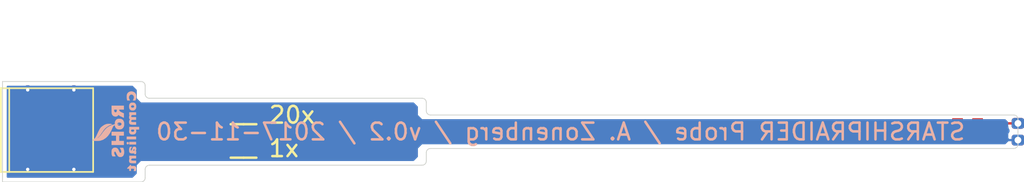
<source format=kicad_pcb>
(kicad_pcb (version 20170922) (host pcbnew "(2017-11-03 revision 9932ff32a)-master")

  (general
    (thickness 1.6)
    (drawings 26)
    (tracks 25)
    (zones 0)
    (modules 13)
    (nets 4)
  )

  (page A4)
  (layers
    (0 F.Cu signal)
    (31 B.Cu signal)
    (34 B.Paste user)
    (35 F.Paste user)
    (36 B.SilkS user)
    (37 F.SilkS user)
    (38 B.Mask user)
    (39 F.Mask user)
    (40 Dwgs.User user)
    (44 Edge.Cuts user)
    (45 Margin user)
  )

  (setup
    (last_trace_width 0.137)
    (user_trace_width 0.137)
    (trace_clearance 0.137)
    (zone_clearance 0.2)
    (zone_45_only no)
    (trace_min 0.137)
    (segment_width 0.2)
    (edge_width 0.05)
    (via_size 0.55)
    (via_drill 0.2)
    (via_min_size 0.4)
    (via_min_drill 0.2)
    (user_via 0.55 0.2)
    (uvia_size 0.3)
    (uvia_drill 0.1)
    (uvias_allowed no)
    (uvia_min_size 0.2)
    (uvia_min_drill 0.1)
    (pcb_text_width 0.3)
    (pcb_text_size 1.5 1.5)
    (mod_edge_width 0.15)
    (mod_text_size 1 1)
    (mod_text_width 0.15)
    (pad_size 0.75 0.65)
    (pad_drill 0.4)
    (pad_to_mask_clearance 0.05)
    (aux_axis_origin 0 0)
    (visible_elements FFFFFF7F)
    (pcbplotparams
      (layerselection 0x030f8_ffffffff)
      (usegerberextensions true)
      (usegerberattributes true)
      (usegerberadvancedattributes true)
      (creategerberjobfile true)
      (excludeedgelayer true)
      (linewidth 0.100000)
      (plotframeref false)
      (viasonmask false)
      (mode 1)
      (useauxorigin false)
      (hpglpennumber 1)
      (hpglpenspeed 20)
      (hpglpendiameter 15)
      (psnegative false)
      (psa4output false)
      (plotreference true)
      (plotvalue true)
      (plotinvisibletext false)
      (padsonsilk false)
      (subtractmaskfromsilk false)
      (outputformat 1)
      (mirror false)
      (drillshape 0)
      (scaleselection 1)
      (outputdirectory output/))
  )

  (net 0 "")
  (net 1 "Net-(P2-Pad1)")
  (net 2 /GND)
  (net 3 "Net-(P1-Pad1)")

  (net_class Default "This is the default net class."
    (clearance 0.137)
    (trace_width 0.137)
    (via_dia 0.55)
    (via_drill 0.2)
    (uvia_dia 0.3)
    (uvia_drill 0.1)
    (add_net /GND)
    (add_net "Net-(P1-Pad1)")
    (add_net "Net-(P2-Pad1)")
  )

  (module azonenberg_pcb:TEARDROP_03 (layer B.Cu) (tedit 0) (tstamp 592B0528)
    (at 146.7 51.13)
    (fp_text reference G*** (at 0 0) (layer B.SilkS) hide
      (effects (font (thickness 0.3)) (justify mirror))
    )
    (fp_text value TEARDROP_03 (at 0.75 0) (layer B.SilkS) hide
      (effects (font (thickness 0.3)) (justify mirror))
    )
    (fp_poly (pts (xy 0.065981 0.030454) (xy 0.066753 0.017113) (xy 0.067223 -0.002148) (xy 0.0673 -0.009525)
      (xy 0.067733 -0.067733) (xy 0.009525 -0.0673) (xy -0.011473 -0.066941) (xy -0.026827 -0.06626)
      (xy -0.035689 -0.065322) (xy -0.037209 -0.064192) (xy -0.035984 -0.063795) (xy -0.006039 -0.052364)
      (xy 0.020477 -0.03406) (xy 0.042235 -0.01021) (xy 0.057909 0.017858) (xy 0.063795 0.035984)
      (xy 0.064973 0.037027) (xy 0.065981 0.030454)) (layer B.Cu) (width 0.01))
  )

  (module azonenberg_pcb:TEARDROP_03 (layer B.Cu) (tedit 0) (tstamp 592B0524)
    (at 146.7 50.876104 270)
    (fp_text reference G*** (at 0 0 270) (layer B.SilkS) hide
      (effects (font (thickness 0.3)) (justify mirror))
    )
    (fp_text value TEARDROP_03 (at 0.75 0 270) (layer B.SilkS) hide
      (effects (font (thickness 0.3)) (justify mirror))
    )
    (fp_poly (pts (xy 0.065981 0.030454) (xy 0.066753 0.017113) (xy 0.067223 -0.002148) (xy 0.0673 -0.009525)
      (xy 0.067733 -0.067733) (xy 0.009525 -0.0673) (xy -0.011473 -0.066941) (xy -0.026827 -0.06626)
      (xy -0.035689 -0.065322) (xy -0.037209 -0.064192) (xy -0.035984 -0.063795) (xy -0.006039 -0.052364)
      (xy 0.020477 -0.03406) (xy 0.042235 -0.01021) (xy 0.057909 0.017858) (xy 0.063795 0.035984)
      (xy 0.064973 0.037027) (xy 0.065981 0.030454)) (layer B.Cu) (width 0.01))
  )

  (module azonenberg_pcb:TEARDROP_03 (layer F.Cu) (tedit 0) (tstamp 592B0516)
    (at 146.7 50.13 90)
    (fp_text reference G*** (at 0 0 90) (layer F.SilkS) hide
      (effects (font (thickness 0.3)))
    )
    (fp_text value TEARDROP_03 (at 0.75 0 90) (layer F.SilkS) hide
      (effects (font (thickness 0.3)))
    )
    (fp_poly (pts (xy 0.065981 -0.030454) (xy 0.066753 -0.017113) (xy 0.067223 0.002148) (xy 0.0673 0.009525)
      (xy 0.067733 0.067733) (xy 0.009525 0.0673) (xy -0.011473 0.066941) (xy -0.026827 0.06626)
      (xy -0.035689 0.065322) (xy -0.037209 0.064192) (xy -0.035984 0.063795) (xy -0.006039 0.052364)
      (xy 0.020477 0.03406) (xy 0.042235 0.01021) (xy 0.057909 -0.017858) (xy 0.063795 -0.035984)
      (xy 0.064973 -0.037027) (xy 0.065981 -0.030454)) (layer F.Cu) (width 0.01))
  )

  (module azonenberg_pcb:TEARDROP_03 (layer F.Cu) (tedit 0) (tstamp 592B0514)
    (at 146.7 49.87)
    (fp_text reference G*** (at 0 0) (layer F.SilkS) hide
      (effects (font (thickness 0.3)))
    )
    (fp_text value TEARDROP_03 (at 0.75 0) (layer F.SilkS) hide
      (effects (font (thickness 0.3)))
    )
    (fp_poly (pts (xy 0.065981 -0.030454) (xy 0.066753 -0.017113) (xy 0.067223 0.002148) (xy 0.0673 0.009525)
      (xy 0.067733 0.067733) (xy 0.009525 0.0673) (xy -0.011473 0.066941) (xy -0.026827 0.06626)
      (xy -0.035689 0.065322) (xy -0.037209 0.064192) (xy -0.035984 0.063795) (xy -0.006039 0.052364)
      (xy 0.020477 0.03406) (xy 0.042235 0.01021) (xy 0.057909 -0.017858) (xy 0.063795 -0.035984)
      (xy 0.064973 -0.037027) (xy 0.065981 -0.030454)) (layer F.Cu) (width 0.01))
  )

  (module azonenberg_pcb:FLEX_SOLDERPAD (layer F.Cu) (tedit 5A20B306) (tstamp 592A2547)
    (at 147 51)
    (path /5929E1F3)
    (fp_text reference P3 (at 0 5.75) (layer F.SilkS) hide
      (effects (font (size 1.5 1.5) (thickness 0.15)))
    )
    (fp_text value SOLDERPAD (at 0 3.75) (layer F.Fab) hide
      (effects (font (size 1.5 1.5) (thickness 0.15)))
    )
    (fp_line (start 0 0.5) (end 0 1) (layer F.Fab) (width 0.1))
    (fp_line (start 0 -0.5) (end 0 -1) (layer F.Fab) (width 0.1))
    (pad 1 thru_hole roundrect (at 0 0) (size 0.75 0.65) (drill 0.4) (layers *.Cu *.Mask)(roundrect_rratio 0.25)
      (net 2 /GND))
  )

  (module azonenberg_pcb:FLEX_SOLDERPAD (layer F.Cu) (tedit 5A20B2F8) (tstamp 592A2534)
    (at 147 50)
    (path /5929E172)
    (fp_text reference P2 (at 0 5.75) (layer F.SilkS) hide
      (effects (font (size 1.5 1.5) (thickness 0.15)))
    )
    (fp_text value SOLDERPAD (at 0 3.75) (layer F.Fab) hide
      (effects (font (size 1.5 1.5) (thickness 0.15)))
    )
    (fp_line (start 0 0.5) (end 0 1) (layer F.Fab) (width 0.1))
    (fp_line (start 0 -0.5) (end 0 -1) (layer F.Fab) (width 0.1))
    (pad 1 thru_hole roundrect (at 0 0) (size 0.75 0.65) (drill 0.4) (layers *.Cu *.Mask)(roundrect_rratio 0.25)
      (net 1 "Net-(P2-Pad1)"))
  )

  (module azonenberg_pcb:TEARDROP_02 (layer F.Cu) (tedit 0) (tstamp 592ACACD)
    (at 145.04 50.19 180)
    (fp_text reference G*** (at 0 0 180) (layer F.SilkS) hide
      (effects (font (thickness 0.3)))
    )
    (fp_text value TEARDROP_02 (at 0.75 0 180) (layer F.SilkS) hide
      (effects (font (thickness 0.3)))
    )
    (fp_poly (pts (xy 0.131962 -0.060908) (xy 0.133506 -0.034225) (xy 0.134446 0.004296) (xy 0.1346 0.01905)
      (xy 0.135467 0.135467) (xy 0.01905 0.1346) (xy -0.022946 0.133883) (xy -0.053654 0.132521)
      (xy -0.071377 0.130644) (xy -0.074417 0.128384) (xy -0.071967 0.12759) (xy -0.012077 0.104729)
      (xy 0.040954 0.06812) (xy 0.084471 0.02042) (xy 0.115818 -0.035716) (xy 0.12759 -0.071967)
      (xy 0.129947 -0.074054) (xy 0.131962 -0.060908)) (layer F.Cu) (width 0.01))
  )

  (module azonenberg_pcb:TEARDROP_02 (layer F.Cu) (tedit 0) (tstamp 592ACAC5)
    (at 145.04 49.81 270)
    (fp_text reference G*** (at 0 0 270) (layer F.SilkS) hide
      (effects (font (thickness 0.3)))
    )
    (fp_text value TEARDROP_02 (at 0.75 0 270) (layer F.SilkS) hide
      (effects (font (thickness 0.3)))
    )
    (fp_poly (pts (xy 0.131962 -0.060908) (xy 0.133506 -0.034225) (xy 0.134446 0.004296) (xy 0.1346 0.01905)
      (xy 0.135467 0.135467) (xy 0.01905 0.1346) (xy -0.022946 0.133883) (xy -0.053654 0.132521)
      (xy -0.071377 0.130644) (xy -0.074417 0.128384) (xy -0.071967 0.12759) (xy -0.012077 0.104729)
      (xy 0.040954 0.06812) (xy 0.084471 0.02042) (xy 0.115818 -0.035716) (xy 0.12759 -0.071967)
      (xy 0.129947 -0.074054) (xy 0.131962 -0.060908)) (layer F.Cu) (width 0.01))
  )

  (module azonenberg_pcb:TEARDROP_02 (layer F.Cu) (tedit 0) (tstamp 592ACAAB)
    (at 142.96 50.19 90)
    (fp_text reference G*** (at 0 0 90) (layer F.SilkS) hide
      (effects (font (thickness 0.3)))
    )
    (fp_text value TEARDROP_02 (at 0.75 0 90) (layer F.SilkS) hide
      (effects (font (thickness 0.3)))
    )
    (fp_poly (pts (xy 0.131962 -0.060908) (xy 0.133506 -0.034225) (xy 0.134446 0.004296) (xy 0.1346 0.01905)
      (xy 0.135467 0.135467) (xy 0.01905 0.1346) (xy -0.022946 0.133883) (xy -0.053654 0.132521)
      (xy -0.071377 0.130644) (xy -0.074417 0.128384) (xy -0.071967 0.12759) (xy -0.012077 0.104729)
      (xy 0.040954 0.06812) (xy 0.084471 0.02042) (xy 0.115818 -0.035716) (xy 0.12759 -0.071967)
      (xy 0.129947 -0.074054) (xy 0.131962 -0.060908)) (layer F.Cu) (width 0.01))
  )

  (module azonenberg_pcb:TEARDROP_02 (layer F.Cu) (tedit 0) (tstamp 592ACAA5)
    (at 142.96 49.81)
    (fp_text reference G*** (at 0 0) (layer F.SilkS) hide
      (effects (font (thickness 0.3)))
    )
    (fp_text value TEARDROP_02 (at 0.75 0) (layer F.SilkS) hide
      (effects (font (thickness 0.3)))
    )
    (fp_poly (pts (xy 0.131962 -0.060908) (xy 0.133506 -0.034225) (xy 0.134446 0.004296) (xy 0.1346 0.01905)
      (xy 0.135467 0.135467) (xy 0.01905 0.1346) (xy -0.022946 0.133883) (xy -0.053654 0.132521)
      (xy -0.071377 0.130644) (xy -0.074417 0.128384) (xy -0.071967 0.12759) (xy -0.012077 0.104729)
      (xy 0.040954 0.06812) (xy 0.084471 0.02042) (xy 0.115818 -0.035716) (xy 0.12759 -0.071967)
      (xy 0.129947 -0.074054) (xy 0.131962 -0.060908)) (layer F.Cu) (width 0.01))
  )

  (module w_logo:Logo_silk_ROHS_5x2.8mm (layer B.Cu) (tedit 0) (tstamp 592A5064)
    (at 93.25 50.5 270)
    (descr "ROHS logo, 5x2.8mm")
    (fp_text reference G*** (at -0.8 0.4 270) (layer B.SilkS) hide
      (effects (font (size 0.0889 0.0889) (thickness 0.01778)) (justify mirror))
    )
    (fp_text value LOGO (at 0.5 0.4 270) (layer B.SilkS) hide
      (effects (font (size 0.0889 0.0889) (thickness 0.01778)) (justify mirror))
    )
    (fp_poly (pts (xy 0.79248 -0.4826) (xy 0.67056 -0.4826) (xy 0.54864 -0.4826) (xy 0.54864 -0.3429)
      (xy 0.54864 -0.2032) (xy 0.39116 -0.2032) (xy 0.23368 -0.2032) (xy 0.23368 -0.3429)
      (xy 0.23368 -0.4826) (xy 0.11684 -0.4826) (xy 0 -0.4826) (xy 0 -0.1143)
      (xy 0 0.254) (xy 0.11684 0.254) (xy 0.23368 0.254) (xy 0.23368 0.11938)
      (xy 0.23368 -0.0127) (xy 0.39116 -0.0127) (xy 0.54864 -0.0127) (xy 0.54864 0.11938)
      (xy 0.54864 0.254) (xy 0.67056 0.254) (xy 0.79248 0.254) (xy 0.79248 -0.1143)
      (xy 0.79248 -0.4826)) (layer B.SilkS) (width 0.00254))
    (fp_poly (pts (xy -0.82804 -0.47752) (xy -0.83312 -0.48006) (xy -0.84836 -0.4826) (xy -0.87122 -0.4826)
      (xy -0.90424 -0.4826) (xy -0.94488 -0.4826) (xy -0.96266 -0.4826) (xy -1.0033 -0.4826)
      (xy -1.03632 -0.4826) (xy -1.06172 -0.4826) (xy -1.08204 -0.48006) (xy -1.09474 -0.48006)
      (xy -1.10236 -0.47752) (xy -1.10744 -0.47244) (xy -1.10744 -0.46736) (xy -1.10998 -0.46228)
      (xy -1.11252 -0.45466) (xy -1.1176 -0.44958) (xy -1.1176 -0.43942) (xy -1.12014 -0.42926)
      (xy -1.12268 -0.42418) (xy -1.12776 -0.4191) (xy -1.12776 -0.41148) (xy -1.1303 -0.40132)
      (xy -1.13284 -0.39878) (xy -1.13792 -0.3937) (xy -1.13792 -0.38862) (xy -1.143 -0.381)
      (xy -1.14554 -0.37846) (xy -1.15316 -0.37338) (xy -1.15316 -0.3683) (xy -1.1557 -0.36068)
      (xy -1.15824 -0.35814) (xy -1.16078 -0.3556) (xy -1.16332 -0.3429) (xy -1.16332 -0.34036)
      (xy -1.16332 0.0127) (xy -1.16332 0.03048) (xy -1.16586 0.04318) (xy -1.1684 0.04826)
      (xy -1.17348 0.05334) (xy -1.17348 0.06096) (xy -1.17602 0.07112) (xy -1.18364 0.07366)
      (xy -1.19126 0.0762) (xy -1.1938 0.07874) (xy -1.19888 0.08128) (xy -1.2065 0.08382)
      (xy -1.21666 0.08636) (xy -1.2192 0.0889) (xy -1.22428 0.09144) (xy -1.23444 0.09398)
      (xy -1.2446 0.09398) (xy -1.2573 0.09398) (xy -1.26746 0.09652) (xy -1.26746 0.09906)
      (xy -1.27254 0.1016) (xy -1.2827 0.10414) (xy -1.2954 0.10414) (xy -1.3081 0.1016)
      (xy -1.31572 0.09652) (xy -1.31826 0.0889) (xy -1.3208 0.07366) (xy -1.32334 0.0508)
      (xy -1.32334 0.02794) (xy -1.32334 0.00254) (xy -1.32334 -0.01778) (xy -1.3208 -0.0381)
      (xy -1.31826 -0.0508) (xy -1.31826 -0.05588) (xy -1.31064 -0.06096) (xy -1.29794 -0.0635)
      (xy -1.2827 -0.0635) (xy -1.27 -0.0635) (xy -1.25984 -0.06096) (xy -1.25984 -0.05842)
      (xy -1.25476 -0.05588) (xy -1.24206 -0.05334) (xy -1.2319 -0.05334) (xy -1.21666 -0.05334)
      (xy -1.2065 -0.0508) (xy -1.20396 -0.04826) (xy -1.19888 -0.04318) (xy -1.19634 -0.04318)
      (xy -1.18618 -0.04064) (xy -1.17602 -0.03302) (xy -1.17602 -0.03048) (xy -1.1684 -0.02286)
      (xy -1.16586 -0.01524) (xy -1.16332 0) (xy -1.16332 0.0127) (xy -1.16332 -0.34036)
      (xy -1.16586 -0.3302) (xy -1.1684 -0.32512) (xy -1.1684 -0.32258) (xy -1.17348 -0.32004)
      (xy -1.17348 -0.31496) (xy -1.17856 -0.3048) (xy -1.18364 -0.29972) (xy -1.19126 -0.28956)
      (xy -1.1938 -0.28194) (xy -1.19634 -0.27178) (xy -1.2065 -0.26162) (xy -1.21412 -0.25908)
      (xy -1.2192 -0.254) (xy -1.2192 -0.25146) (xy -1.22174 -0.2413) (xy -1.2319 -0.23114)
      (xy -1.23952 -0.2286) (xy -1.24714 -0.22606) (xy -1.25476 -0.2159) (xy -1.25984 -0.20828)
      (xy -1.26238 -0.20574) (xy -1.27762 -0.2032) (xy -1.29032 -0.2032) (xy -1.32334 -0.2032)
      (xy -1.32334 -0.3429) (xy -1.32334 -0.4826) (xy -1.44018 -0.4826) (xy -1.55956 -0.4826)
      (xy -1.55956 -0.1143) (xy -1.55956 0.254) (xy -1.34366 0.254) (xy -1.28524 0.254)
      (xy -1.23698 0.254) (xy -1.19634 0.25146) (xy -1.16586 0.25146) (xy -1.143 0.25146)
      (xy -1.1303 0.24892) (xy -1.12776 0.24892) (xy -1.12522 0.24638) (xy -1.11252 0.24384)
      (xy -1.09728 0.24384) (xy -1.0795 0.24384) (xy -1.0668 0.2413) (xy -1.06426 0.23876)
      (xy -1.05918 0.23368) (xy -1.0541 0.23368) (xy -1.04648 0.23114) (xy -1.04394 0.2286)
      (xy -1.03886 0.22352) (xy -1.03378 0.22352) (xy -1.02616 0.22098) (xy -1.02362 0.21844)
      (xy -1.01854 0.2159) (xy -1.01092 0.21336) (xy -1.00076 0.21082) (xy -0.99822 0.20828)
      (xy -0.99568 0.2032) (xy -0.98552 0.19304) (xy -0.97536 0.1778) (xy -0.97028 0.17526)
      (xy -0.95758 0.16256) (xy -0.94742 0.1524) (xy -0.9398 0.14986) (xy -0.93472 0.14478)
      (xy -0.93472 0.13716) (xy -0.93218 0.127) (xy -0.92964 0.12446) (xy -0.92456 0.11938)
      (xy -0.92456 0.10922) (xy -0.92202 0.09906) (xy -0.91948 0.09398) (xy -0.91694 0.0889)
      (xy -0.9144 0.07874) (xy -0.9144 0.07112) (xy -0.91186 0.05842) (xy -0.90932 0.0508)
      (xy -0.90932 0.04826) (xy -0.90678 0.04318) (xy -0.90424 0.03302) (xy -0.90424 0.01524)
      (xy -0.90424 0) (xy -0.90678 -0.01016) (xy -0.90932 -0.0127) (xy -0.91186 -0.01778)
      (xy -0.9144 -0.03048) (xy -0.9144 -0.0381) (xy -0.9144 -0.05334) (xy -0.91694 -0.06096)
      (xy -0.91948 -0.0635) (xy -0.92202 -0.06858) (xy -0.92456 -0.07366) (xy -0.9271 -0.08382)
      (xy -0.93218 -0.09398) (xy -0.9398 -0.09906) (xy -0.94234 -0.09906) (xy -0.94742 -0.1016)
      (xy -0.95504 -0.11176) (xy -0.95758 -0.12192) (xy -0.96266 -0.127) (xy -0.96774 -0.12954)
      (xy -0.9779 -0.13208) (xy -0.9779 -0.13462) (xy -0.98298 -0.14224) (xy -0.99314 -0.1524)
      (xy -1.0033 -0.15494) (xy -1.01092 -0.15494) (xy -1.01346 -0.16002) (xy -1.01092 -0.16256)
      (xy -1.00838 -0.16256) (xy -1.00076 -0.16764) (xy -0.9906 -0.1778) (xy -0.9779 -0.1905)
      (xy -0.96774 -0.2032) (xy -0.96012 -0.21336) (xy -0.95758 -0.21844) (xy -0.95758 -0.22606)
      (xy -0.9525 -0.2286) (xy -0.94996 -0.23368) (xy -0.94742 -0.23876) (xy -0.94742 -0.24638)
      (xy -0.94234 -0.24892) (xy -0.93472 -0.254) (xy -0.9271 -0.26416) (xy -0.92456 -0.27432)
      (xy -0.92202 -0.28194) (xy -0.91948 -0.28448) (xy -0.9144 -0.28702) (xy -0.9144 -0.29972)
      (xy -0.91186 -0.30988) (xy -0.90932 -0.31496) (xy -0.90424 -0.3175) (xy -0.90424 -0.32258)
      (xy -0.9017 -0.33274) (xy -0.89916 -0.33274) (xy -0.89408 -0.33782) (xy -0.89408 -0.34544)
      (xy -0.89154 -0.3556) (xy -0.889 -0.35814) (xy -0.88392 -0.36322) (xy -0.88392 -0.3683)
      (xy -0.88138 -0.37592) (xy -0.87884 -0.37846) (xy -0.87376 -0.38354) (xy -0.87376 -0.38862)
      (xy -0.87122 -0.39624) (xy -0.86614 -0.39878) (xy -0.86106 -0.40386) (xy -0.85852 -0.41148)
      (xy -0.85598 -0.42164) (xy -0.85344 -0.42418) (xy -0.8509 -0.42926) (xy -0.84836 -0.43942)
      (xy -0.84836 -0.44958) (xy -0.84328 -0.45466) (xy -0.84074 -0.4572) (xy -0.8382 -0.46482)
      (xy -0.83566 -0.47244) (xy -0.83312 -0.47498) (xy -0.82804 -0.47752)) (layer B.SilkS) (width 0.00254))
    (fp_poly (pts (xy 1.50876 -0.26924) (xy 1.50876 -0.29972) (xy 1.50622 -0.32258) (xy 1.50622 -0.33782)
      (xy 1.50368 -0.3429) (xy 1.50114 -0.34798) (xy 1.4986 -0.3556) (xy 1.49606 -0.36576)
      (xy 1.49098 -0.3683) (xy 1.4859 -0.37338) (xy 1.48336 -0.37846) (xy 1.48082 -0.38608)
      (xy 1.47828 -0.38862) (xy 1.47574 -0.3937) (xy 1.4732 -0.39878) (xy 1.47066 -0.4064)
      (xy 1.46812 -0.40894) (xy 1.46304 -0.41148) (xy 1.46304 -0.41402) (xy 1.4605 -0.42164)
      (xy 1.45034 -0.4318) (xy 1.44018 -0.43942) (xy 1.43002 -0.4445) (xy 1.41986 -0.44704)
      (xy 1.41478 -0.45466) (xy 1.40462 -0.46228) (xy 1.397 -0.46482) (xy 1.38938 -0.46736)
      (xy 1.38938 -0.4699) (xy 1.3843 -0.47244) (xy 1.37414 -0.47498) (xy 1.36398 -0.47498)
      (xy 1.3589 -0.47752) (xy 1.35382 -0.4826) (xy 1.34366 -0.4826) (xy 1.33604 -0.4826)
      (xy 1.3208 -0.48514) (xy 1.31572 -0.48768) (xy 1.31318 -0.49022) (xy 1.31318 -0.49276)
      (xy 1.3081 -0.4953) (xy 1.29794 -0.49784) (xy 1.28524 -0.49784) (xy 1.26238 -0.49784)
      (xy 1.2319 -0.49784) (xy 1.21666 -0.49784) (xy 1.1811 -0.49784) (xy 1.15824 -0.49784)
      (xy 1.14046 -0.49784) (xy 1.12776 -0.4953) (xy 1.12268 -0.4953) (xy 1.12014 -0.49276)
      (xy 1.1176 -0.49022) (xy 1.11506 -0.48768) (xy 1.10744 -0.48514) (xy 1.0922 -0.4826)
      (xy 1.07696 -0.4826) (xy 1.0668 -0.48006) (xy 1.06426 -0.47752) (xy 1.05918 -0.47498)
      (xy 1.04902 -0.47498) (xy 1.03886 -0.47244) (xy 1.03378 -0.4699) (xy 1.0287 -0.46482)
      (xy 1.01854 -0.46482) (xy 1.016 -0.46482) (xy 1.00584 -0.46228) (xy 0.99822 -0.45974)
      (xy 0.99568 -0.45466) (xy 0.98552 -0.45466) (xy 0.97536 -0.45212) (xy 0.97028 -0.44958)
      (xy 0.9652 -0.4445) (xy 0.96266 -0.43434) (xy 0.96012 -0.41656) (xy 0.96012 -0.3937)
      (xy 0.95758 -0.36068) (xy 0.95758 -0.35306) (xy 0.95758 -0.32004) (xy 0.95758 -0.29464)
      (xy 0.95758 -0.27686) (xy 0.95504 -0.26924) (xy 0.94996 -0.26416) (xy 0.94996 -0.25908)
      (xy 0.94996 -0.25146) (xy 0.95758 -0.24892) (xy 0.96774 -0.24892) (xy 0.98044 -0.24892)
      (xy 0.98806 -0.25146) (xy 0.98806 -0.254) (xy 0.99314 -0.25654) (xy 1.00076 -0.25908)
      (xy 1.01092 -0.26162) (xy 1.01346 -0.26416) (xy 1.01854 -0.2667) (xy 1.02362 -0.26924)
      (xy 1.03124 -0.27178) (xy 1.03378 -0.27686) (xy 1.03886 -0.28194) (xy 1.04394 -0.28448)
      (xy 1.05156 -0.28702) (xy 1.0541 -0.28956) (xy 1.05918 -0.2921) (xy 1.0668 -0.29464)
      (xy 1.07442 -0.29464) (xy 1.0795 -0.29972) (xy 1.08204 -0.30226) (xy 1.08966 -0.3048)
      (xy 1.09728 -0.3048) (xy 1.09982 -0.30988) (xy 1.10236 -0.31242) (xy 1.11252 -0.31496)
      (xy 1.11506 -0.31496) (xy 1.12522 -0.31496) (xy 1.12776 -0.3175) (xy 1.12776 -0.32004)
      (xy 1.13284 -0.32004) (xy 1.14808 -0.32258) (xy 1.1684 -0.32258) (xy 1.1811 -0.32258)
      (xy 1.2065 -0.32258) (xy 1.22174 -0.32258) (xy 1.2319 -0.32004) (xy 1.23952 -0.3175)
      (xy 1.2446 -0.31242) (xy 1.24714 -0.31242) (xy 1.25476 -0.29718) (xy 1.25984 -0.28194)
      (xy 1.25984 -0.26416) (xy 1.25476 -0.25146) (xy 1.2446 -0.2413) (xy 1.23698 -0.23876)
      (xy 1.22936 -0.23622) (xy 1.22428 -0.2286) (xy 1.21412 -0.22098) (xy 1.20396 -0.21844)
      (xy 1.19634 -0.2159) (xy 1.1938 -0.21082) (xy 1.18872 -0.20574) (xy 1.17856 -0.2032)
      (xy 1.1684 -0.2032) (xy 1.16332 -0.19812) (xy 1.15824 -0.19558) (xy 1.15062 -0.19304)
      (xy 1.143 -0.19304) (xy 1.13792 -0.18796) (xy 1.13538 -0.18542) (xy 1.12776 -0.18288)
      (xy 1.12014 -0.18288) (xy 1.1176 -0.1778) (xy 1.11506 -0.17526) (xy 1.10998 -0.17272)
      (xy 1.09982 -0.17272) (xy 1.09982 -0.16764) (xy 1.09474 -0.1651) (xy 1.08966 -0.16256)
      (xy 1.0795 -0.16256) (xy 1.0795 -0.16002) (xy 1.07442 -0.15494) (xy 1.06934 -0.15494)
      (xy 1.05664 -0.14986) (xy 1.04648 -0.14224) (xy 1.04394 -0.13462) (xy 1.03886 -0.12954)
      (xy 1.03378 -0.12954) (xy 1.02616 -0.12446) (xy 1.01854 -0.11938) (xy 1.01092 -0.11176)
      (xy 1.00838 -0.10922) (xy 0.99822 -0.10414) (xy 0.9906 -0.09652) (xy 0.98806 -0.08636)
      (xy 0.98552 -0.07874) (xy 0.98298 -0.07874) (xy 0.98044 -0.07366) (xy 0.9779 -0.07112)
      (xy 0.97536 -0.0635) (xy 0.97282 -0.0635) (xy 0.97028 -0.05842) (xy 0.96774 -0.05334)
      (xy 0.96774 -0.04572) (xy 0.96266 -0.04318) (xy 0.96012 -0.04064) (xy 0.95758 -0.02794)
      (xy 0.95758 -0.01778) (xy 0.95504 -0.0127) (xy 0.9525 -0.01016) (xy 0.94996 0.00254)
      (xy 0.94996 0.02286) (xy 0.94996 0.0381) (xy 0.94996 0.0635) (xy 0.94996 0.08128)
      (xy 0.9525 0.09144) (xy 0.95504 0.09398) (xy 0.95758 0.09906) (xy 0.95758 0.10922)
      (xy 0.96012 0.11938) (xy 0.96266 0.12446) (xy 0.96774 0.127) (xy 0.96774 0.13716)
      (xy 0.97028 0.14478) (xy 0.97282 0.14986) (xy 0.9779 0.1524) (xy 0.9779 0.15748)
      (xy 0.98298 0.1651) (xy 0.9906 0.17526) (xy 0.99822 0.18288) (xy 1.00584 0.18796)
      (xy 1.01346 0.19304) (xy 1.01854 0.19812) (xy 1.02362 0.20574) (xy 1.0287 0.21336)
      (xy 1.03632 0.22098) (xy 1.04648 0.22352) (xy 1.05156 0.22606) (xy 1.0541 0.2286)
      (xy 1.05918 0.23368) (xy 1.0668 0.23368) (xy 1.07442 0.23622) (xy 1.0795 0.23876)
      (xy 1.08204 0.2413) (xy 1.09474 0.24384) (xy 1.09982 0.24384) (xy 1.11252 0.24384)
      (xy 1.1176 0.24638) (xy 1.1176 0.24892) (xy 1.12268 0.25146) (xy 1.13792 0.25146)
      (xy 1.16078 0.254) (xy 1.1938 0.254) (xy 1.2319 0.254) (xy 1.27 0.254)
      (xy 1.30302 0.254) (xy 1.32588 0.25146) (xy 1.33858 0.25146) (xy 1.34366 0.24892)
      (xy 1.34874 0.24638) (xy 1.3589 0.24384) (xy 1.36652 0.24384) (xy 1.37922 0.24384)
      (xy 1.38684 0.2413) (xy 1.38938 0.23876) (xy 1.39192 0.23622) (xy 1.40462 0.23368)
      (xy 1.41478 0.23114) (xy 1.41986 0.2286) (xy 1.4224 0.22606) (xy 1.43002 0.22352)
      (xy 1.44018 0.22098) (xy 1.44272 0.21844) (xy 1.4478 0.21336) (xy 1.45288 0.21336)
      (xy 1.46304 0.21082) (xy 1.46304 0.20574) (xy 1.46558 0.20066) (xy 1.46812 0.19812)
      (xy 1.47066 0.19304) (xy 1.4732 0.18034) (xy 1.4732 0.15748) (xy 1.4732 0.127)
      (xy 1.4732 0.10922) (xy 1.4732 0.01778) (xy 1.45796 0.01778) (xy 1.4478 0.02032)
      (xy 1.44272 0.02286) (xy 1.44018 0.02794) (xy 1.43002 0.02794) (xy 1.4224 0.03048)
      (xy 1.41986 0.03302) (xy 1.41478 0.0381) (xy 1.4097 0.0381) (xy 1.39954 0.04318)
      (xy 1.39446 0.04826) (xy 1.3843 0.05588) (xy 1.37668 0.05842) (xy 1.36906 0.06096)
      (xy 1.36906 0.06604) (xy 1.36398 0.07112) (xy 1.35382 0.07366) (xy 1.35128 0.07366)
      (xy 1.33858 0.0762) (xy 1.3335 0.07874) (xy 1.32842 0.08128) (xy 1.31826 0.08382)
      (xy 1.3081 0.08636) (xy 1.30302 0.0889) (xy 1.29794 0.09144) (xy 1.28524 0.09398)
      (xy 1.26746 0.09398) (xy 1.26238 0.09398) (xy 1.23952 0.09398) (xy 1.22682 0.09144)
      (xy 1.2192 0.0889) (xy 1.21412 0.08382) (xy 1.20396 0.07874) (xy 1.19634 0.07112)
      (xy 1.1938 0.0635) (xy 1.19126 0.05842) (xy 1.18872 0.05842) (xy 1.18364 0.05334)
      (xy 1.18364 0.04826) (xy 1.18618 0.04064) (xy 1.18872 0.0381) (xy 1.1938 0.03556)
      (xy 1.1938 0.02794) (xy 1.19634 0.02032) (xy 1.20396 0.01778) (xy 1.21666 0.01524)
      (xy 1.22428 0.00762) (xy 1.22936 0) (xy 1.2319 -0.00254) (xy 1.23952 -0.00508)
      (xy 1.24714 -0.00508) (xy 1.24968 -0.00762) (xy 1.25222 -0.0127) (xy 1.25984 -0.0127)
      (xy 1.26746 -0.01524) (xy 1.27 -0.01778) (xy 1.27254 -0.02286) (xy 1.28016 -0.02286)
      (xy 1.29032 -0.0254) (xy 1.29286 -0.02794) (xy 1.29794 -0.03302) (xy 1.30302 -0.03302)
      (xy 1.31064 -0.03556) (xy 1.31318 -0.0381) (xy 1.31826 -0.04318) (xy 1.32334 -0.04318)
      (xy 1.33096 -0.04572) (xy 1.3335 -0.04826) (xy 1.33858 -0.05334) (xy 1.3462 -0.05334)
      (xy 1.35636 -0.05588) (xy 1.3589 -0.05842) (xy 1.36398 -0.0635) (xy 1.36906 -0.0635)
      (xy 1.37668 -0.06604) (xy 1.37922 -0.06858) (xy 1.38176 -0.07874) (xy 1.39192 -0.08636)
      (xy 1.40208 -0.0889) (xy 1.40716 -0.09144) (xy 1.4097 -0.09398) (xy 1.41224 -0.09652)
      (xy 1.41986 -0.09906) (xy 1.42748 -0.1016) (xy 1.44018 -0.10922) (xy 1.45034 -0.11938)
      (xy 1.4605 -0.12954) (xy 1.46304 -0.13716) (xy 1.46812 -0.14224) (xy 1.4732 -0.14986)
      (xy 1.48082 -0.15748) (xy 1.48336 -0.1651) (xy 1.48844 -0.17272) (xy 1.49098 -0.17272)
      (xy 1.4986 -0.1778) (xy 1.4986 -0.18288) (xy 1.50114 -0.19304) (xy 1.50368 -0.19304)
      (xy 1.50622 -0.19812) (xy 1.50622 -0.21336) (xy 1.50876 -0.23368) (xy 1.50876 -0.26416)
      (xy 1.50876 -0.26924)) (layer B.SilkS) (width 0.00254))
    (fp_poly (pts (xy 0.54864 1.13792) (xy 0.54864 1.0922) (xy 0.54864 1.0541) (xy 0.5461 1.02362)
      (xy 0.5461 1.0033) (xy 0.5461 0.9906) (xy 0.54356 0.98806) (xy 0.54102 0.98298)
      (xy 0.53848 0.97282) (xy 0.53848 0.95504) (xy 0.53848 0.9398) (xy 0.53594 0.9271)
      (xy 0.5334 0.92456) (xy 0.53086 0.91948) (xy 0.52832 0.90678) (xy 0.52832 0.9017)
      (xy 0.52832 0.88646) (xy 0.52324 0.87884) (xy 0.5207 0.87884) (xy 0.51562 0.87376)
      (xy 0.51308 0.8636) (xy 0.51308 0.85344) (xy 0.508 0.84836) (xy 0.50546 0.84328)
      (xy 0.50292 0.83312) (xy 0.50292 0.83058) (xy 0.50292 0.82042) (xy 0.50038 0.8128)
      (xy 0.49784 0.8128) (xy 0.4953 0.81026) (xy 0.49276 0.8001) (xy 0.49276 0.79756)
      (xy 0.49276 0.7874) (xy 0.48768 0.78486) (xy 0.48514 0.77978) (xy 0.4826 0.77216)
      (xy 0.4826 0.762) (xy 0.47752 0.75946) (xy 0.47498 0.75438) (xy 0.47498 0.7493)
      (xy 0.47244 0.74168) (xy 0.4699 0.73914) (xy 0.46482 0.73406) (xy 0.46482 0.73152)
      (xy 0.45974 0.72136) (xy 0.45212 0.7112) (xy 0.4445 0.70866) (xy 0.43942 0.70358)
      (xy 0.43942 0.6985) (xy 0.43434 0.6858) (xy 0.42926 0.67818) (xy 0.42164 0.67056)
      (xy 0.4191 0.66294) (xy 0.41402 0.65532) (xy 0.40894 0.6477) (xy 0.40132 0.64008)
      (xy 0.39878 0.63246) (xy 0.39624 0.6223) (xy 0.38608 0.61214) (xy 0.37846 0.6096)
      (xy 0.37338 0.60452) (xy 0.37338 0.60198) (xy 0.37084 0.59436) (xy 0.36068 0.58166)
      (xy 0.35306 0.57404) (xy 0.3429 0.56134) (xy 0.33528 0.55372) (xy 0.33274 0.55118)
      (xy 0.3302 0.5461) (xy 0.32258 0.53848) (xy 0.31496 0.52832) (xy 0.30734 0.52324)
      (xy 0.30226 0.5207) (xy 0.2921 0.51308) (xy 0.28194 0.50292) (xy 0.27432 0.49276)
      (xy 0.26924 0.48768) (xy 0.26924 0.48514) (xy 0.26416 0.48006) (xy 0.25654 0.47244)
      (xy 0.24638 0.46228) (xy 0.2413 0.45974) (xy 0.23876 0.45974) (xy 0.23368 0.45466)
      (xy 0.2286 0.44958) (xy 0.22606 0.44958) (xy 0.21844 0.4445) (xy 0.20574 0.43688)
      (xy 0.2032 0.43434) (xy 0.19304 0.42418) (xy 0.18034 0.4191) (xy 0.17018 0.41656)
      (xy 0.16764 0.41402) (xy 0.1651 0.40386) (xy 0.15494 0.39624) (xy 0.14732 0.3937)
      (xy 0.1397 0.39116) (xy 0.13462 0.38354) (xy 0.12446 0.37592) (xy 0.11684 0.37338)
      (xy 0.10922 0.37084) (xy 0.10922 0.3683) (xy 0.10414 0.36322) (xy 0.1016 0.36322)
      (xy 0.09398 0.36068) (xy 0.09398 0.35814) (xy 0.0889 0.3556) (xy 0.08382 0.35306)
      (xy 0.0762 0.35052) (xy 0.07366 0.34798) (xy 0.06858 0.34036) (xy 0.06096 0.3302)
      (xy 0.0508 0.32766) (xy 0.04572 0.32512) (xy 0.04318 0.32258) (xy 0.04064 0.32004)
      (xy 0.03048 0.3175) (xy 0.02286 0.3175) (xy 0.01778 0.31496) (xy 0.01524 0.30988)
      (xy 0.00762 0.30988) (xy 0 0.30734) (xy 0 0.3048) (xy -0.00254 0.29972)
      (xy -0.00762 0.29972) (xy -0.01778 0.29718) (xy -0.01778 0.29464) (xy -0.02286 0.28956)
      (xy -0.03048 0.28956) (xy -0.04064 0.28702) (xy -0.04318 0.28448) (xy -0.04826 0.2794)
      (xy -0.05334 0.2794) (xy -0.06096 0.27686) (xy -0.0635 0.27178) (xy -0.06858 0.26416)
      (xy -0.07366 0.26416) (xy -0.08128 0.26162) (xy -0.08382 0.25908) (xy -0.0889 0.254)
      (xy -0.09652 0.254) (xy -0.10668 0.25146) (xy -0.10922 0.24892) (xy -0.1143 0.24638)
      (xy -0.12446 0.24384) (xy -0.13462 0.2413) (xy -0.1397 0.23876) (xy -0.14224 0.23368)
      (xy -0.14986 0.23368) (xy -0.15748 0.23114) (xy -0.15748 0.2286) (xy -0.16256 0.22606)
      (xy -0.17018 0.22352) (xy -0.18034 0.22098) (xy -0.18288 0.21844) (xy -0.18796 0.2159)
      (xy -0.19812 0.21336) (xy -0.21082 0.21082) (xy -0.21336 0.20574) (xy -0.21844 0.20066)
      (xy -0.22352 0.19812) (xy -0.23114 0.19558) (xy -0.23368 0.19304) (xy -0.23876 0.1905)
      (xy -0.24638 0.18796) (xy -0.25654 0.18796) (xy -0.25908 0.18288) (xy -0.26416 0.18034)
      (xy -0.27178 0.1778) (xy -0.28702 0.17526) (xy -0.29464 0.16764) (xy -0.30226 0.16002)
      (xy -0.30988 0.15748) (xy -0.32004 0.15494) (xy -0.3302 0.14732) (xy -0.34036 0.13716)
      (xy -0.3429 0.12954) (xy -0.34798 0.12446) (xy -0.35306 0.11938) (xy -0.36068 0.11176)
      (xy -0.36322 0.10414) (xy -0.3683 0.09652) (xy -0.37592 0.08636) (xy -0.38354 0.08382)
      (xy -0.38862 0.07874) (xy -0.38862 0.07112) (xy -0.38862 0.0635) (xy -0.38354 0.06096)
      (xy -0.37338 0.05842) (xy -0.36576 0.05842) (xy -0.35306 0.05842) (xy -0.34544 0.05588)
      (xy -0.3429 0.05334) (xy -0.34036 0.0508) (xy -0.32766 0.04826) (xy -0.32512 0.04826)
      (xy -0.31496 0.04826) (xy -0.30988 0.04318) (xy -0.3048 0.04064) (xy -0.29464 0.0381)
      (xy -0.28194 0.0381) (xy -0.2794 0.03302) (xy -0.27432 0.03048) (xy -0.26924 0.02794)
      (xy -0.25908 0.0254) (xy -0.254 0.01778) (xy -0.24384 0.01016) (xy -0.23622 0.00762)
      (xy -0.22606 0.00762) (xy -0.22352 0.00254) (xy -0.22098 0) (xy -0.21082 -0.01016)
      (xy -0.20828 -0.0127) (xy -0.19812 -0.02286) (xy -0.19304 -0.03302) (xy -0.1905 -0.04318)
      (xy -0.18034 -0.0508) (xy -0.17526 -0.05334) (xy -0.17018 -0.05842) (xy -0.16764 -0.06604)
      (xy -0.16764 -0.0762) (xy -0.16256 -0.07874) (xy -0.16002 -0.08382) (xy -0.15748 -0.0889)
      (xy -0.15748 -0.09652) (xy -0.15494 -0.09906) (xy -0.14986 -0.10414) (xy -0.14986 -0.1143)
      (xy -0.14986 -0.12192) (xy -0.14732 -0.13462) (xy -0.14478 -0.14224) (xy -0.14478 -0.14478)
      (xy -0.14224 -0.14732) (xy -0.1397 -0.16256) (xy -0.1397 -0.18542) (xy -0.1397 -0.21336)
      (xy -0.1397 -0.21844) (xy -0.1397 -0.24892) (xy -0.1397 -0.27178) (xy -0.14224 -0.28702)
      (xy -0.14224 -0.29464) (xy -0.14478 -0.29464) (xy -0.14732 -0.29718) (xy -0.14986 -0.30988)
      (xy -0.14986 -0.32004) (xy -0.15494 -0.32258) (xy -0.15748 -0.32766) (xy -0.15748 -0.33782)
      (xy -0.15748 -0.34036) (xy -0.16002 -0.35306) (xy -0.16256 -0.35814) (xy -0.16764 -0.36322)
      (xy -0.16764 -0.3683) (xy -0.17018 -0.37592) (xy -0.17272 -0.37846) (xy -0.18034 -0.381)
      (xy -0.1905 -0.39116) (xy -0.20066 -0.39878) (xy -0.20828 -0.40894) (xy -0.21336 -0.41656)
      (xy -0.2159 -0.42164) (xy -0.22606 -0.4318) (xy -0.23622 -0.43942) (xy -0.2413 -0.4445)
      (xy -0.24384 -0.4445) (xy -0.24892 -0.44704) (xy -0.24892 -0.44958) (xy -0.254 -0.45212)
      (xy -0.25908 -0.45466) (xy -0.2667 -0.45466) (xy -0.26924 -0.45974) (xy -0.27178 -0.46228)
      (xy -0.2794 -0.46482) (xy -0.28702 -0.46482) (xy -0.28956 -0.4699) (xy -0.2921 -0.47244)
      (xy -0.29972 -0.47498) (xy -0.30734 -0.47498) (xy -0.30988 -0.47752) (xy -0.31242 -0.4826)
      (xy -0.32512 -0.4826) (xy -0.3302 -0.4826) (xy -0.34544 -0.48514) (xy -0.35306 -0.48768)
      (xy -0.35306 -0.49022) (xy -0.3556 -0.49276) (xy -0.35814 -0.4953) (xy -0.36322 -0.4953)
      (xy -0.36322 -0.22098) (xy -0.36322 -0.2159) (xy -0.36322 -0.19558) (xy -0.36576 -0.18034)
      (xy -0.3683 -0.17526) (xy -0.3683 -0.17272) (xy -0.37338 -0.17018) (xy -0.37338 -0.16002)
      (xy -0.37592 -0.14732) (xy -0.381 -0.14478) (xy -0.38862 -0.1397) (xy -0.38862 -0.13462)
      (xy -0.3937 -0.12192) (xy -0.40386 -0.10922) (xy -0.41656 -0.1016) (xy -0.42672 -0.09906)
      (xy -0.43434 -0.09906) (xy -0.43688 -0.10414) (xy -0.43942 -0.1143) (xy -0.43942 -0.12192)
      (xy -0.43688 -0.13462) (xy -0.43434 -0.14224) (xy -0.43434 -0.14478) (xy -0.4318 -0.14732)
      (xy -0.42926 -0.16002) (xy -0.42926 -0.16256) (xy -0.42926 -0.1778) (xy -0.4318 -0.18288)
      (xy -0.44196 -0.18288) (xy -0.44704 -0.18288) (xy -0.46482 -0.18288) (xy -0.46482 -0.13716)
      (xy -0.46482 -0.1143) (xy -0.46482 -0.09906) (xy -0.46736 -0.09144) (xy -0.4699 -0.0889)
      (xy -0.47244 -0.0889) (xy -0.4826 -0.09144) (xy -0.4826 -0.09398) (xy -0.48768 -0.09906)
      (xy -0.49276 -0.09906) (xy -0.50292 -0.1016) (xy -0.508 -0.10922) (xy -0.51562 -0.11684)
      (xy -0.5207 -0.11938) (xy -0.52832 -0.12446) (xy -0.53594 -0.13462) (xy -0.53848 -0.14732)
      (xy -0.54102 -0.16002) (xy -0.54356 -0.16256) (xy -0.5461 -0.16764) (xy -0.54864 -0.18288)
      (xy -0.54864 -0.2032) (xy -0.54864 -0.2159) (xy -0.54864 -0.2413) (xy -0.5461 -0.25654)
      (xy -0.5461 -0.2667) (xy -0.54356 -0.26924) (xy -0.54102 -0.27432) (xy -0.53848 -0.28194)
      (xy -0.53594 -0.28956) (xy -0.5334 -0.29464) (xy -0.52832 -0.29718) (xy -0.52832 -0.3048)
      (xy -0.52578 -0.31242) (xy -0.5207 -0.31496) (xy -0.51562 -0.3175) (xy -0.51308 -0.32004)
      (xy -0.51054 -0.32258) (xy -0.50292 -0.32258) (xy -0.4953 -0.32512) (xy -0.49276 -0.32766)
      (xy -0.49022 -0.33274) (xy -0.4826 -0.33274) (xy -0.47498 -0.33528) (xy -0.47244 -0.33782)
      (xy -0.4699 -0.3429) (xy -0.45974 -0.3429) (xy -0.4572 -0.3429) (xy -0.4445 -0.3429)
      (xy -0.43942 -0.34036) (xy -0.43942 -0.33782) (xy -0.43434 -0.33528) (xy -0.4318 -0.33274)
      (xy -0.42418 -0.3302) (xy -0.41148 -0.32258) (xy -0.40386 -0.31496) (xy -0.39116 -0.30226)
      (xy -0.38354 -0.29464) (xy -0.37846 -0.29464) (xy -0.37592 -0.28956) (xy -0.37338 -0.2794)
      (xy -0.37338 -0.27686) (xy -0.37338 -0.26416) (xy -0.3683 -0.25908) (xy -0.36576 -0.254)
      (xy -0.36576 -0.2413) (xy -0.36322 -0.22098) (xy -0.36322 -0.4953) (xy -0.3683 -0.49784)
      (xy -0.38354 -0.49784) (xy -0.40386 -0.49784) (xy -0.43434 -0.49784) (xy -0.4572 -0.49784)
      (xy -0.49022 -0.49784) (xy -0.51816 -0.49784) (xy -0.53594 -0.49784) (xy -0.54864 -0.49784)
      (xy -0.55626 -0.4953) (xy -0.5588 -0.49276) (xy -0.5588 -0.49022) (xy -0.56134 -0.48514)
      (xy -0.5715 -0.48514) (xy -0.58166 -0.4826) (xy -0.59436 -0.4826) (xy -0.60198 -0.48006)
      (xy -0.60452 -0.47752) (xy -0.60706 -0.47498) (xy -0.61468 -0.47498) (xy -0.6223 -0.47244)
      (xy -0.62484 -0.4699) (xy -0.62738 -0.46482) (xy -0.63246 -0.46482) (xy -0.64262 -0.46228)
      (xy -0.64262 -0.45974) (xy -0.6477 -0.45466) (xy -0.65532 -0.45466) (xy -0.66802 -0.44958)
      (xy -0.6731 -0.4445) (xy -0.68072 -0.43688) (xy -0.68834 -0.43434) (xy -0.69596 -0.42926)
      (xy -0.70612 -0.42164) (xy -0.70866 -0.41402) (xy -0.7112 -0.40894) (xy -0.71374 -0.40894)
      (xy -0.71882 -0.40386) (xy -0.71882 -0.39878) (xy -0.72136 -0.39116) (xy -0.7239 -0.38862)
      (xy -0.73406 -0.38354) (xy -0.74168 -0.37592) (xy -0.74422 -0.36576) (xy -0.74676 -0.36068)
      (xy -0.7493 -0.35814) (xy -0.75184 -0.3556) (xy -0.75438 -0.34544) (xy -0.75438 -0.33782)
      (xy -0.75946 -0.33274) (xy -0.762 -0.3302) (xy -0.76454 -0.32004) (xy -0.76454 -0.30734)
      (xy -0.76962 -0.3048) (xy -0.76962 -0.29972) (xy -0.77216 -0.28448) (xy -0.77216 -0.26162)
      (xy -0.7747 -0.23114) (xy -0.7747 -0.21082) (xy -0.7747 -0.17526) (xy -0.77216 -0.14986)
      (xy -0.77216 -0.12954) (xy -0.76962 -0.11938) (xy -0.76454 -0.1143) (xy -0.76454 -0.10922)
      (xy -0.762 -0.1016) (xy -0.75946 -0.09906) (xy -0.75438 -0.09398) (xy -0.75438 -0.08382)
      (xy -0.75438 -0.08128) (xy -0.7493 -0.06604) (xy -0.74422 -0.05842) (xy -0.7366 -0.0508)
      (xy -0.73406 -0.04318) (xy -0.73152 -0.03556) (xy -0.72898 -0.03302) (xy -0.72136 -0.03048)
      (xy -0.7112 -0.02286) (xy -0.70104 -0.01016) (xy -0.69342 0) (xy -0.68834 0.00254)
      (xy -0.6858 0.00762) (xy -0.67818 0.00762) (xy -0.67056 0.01016) (xy -0.66802 0.0127)
      (xy -0.66548 0.01778) (xy -0.6604 0.01778) (xy -0.65532 0.02032) (xy -0.65278 0.02286)
      (xy -0.65024 0.02794) (xy -0.64262 0.02794) (xy -0.635 0.03048) (xy -0.63246 0.03302)
      (xy -0.62992 0.0381) (xy -0.62484 0.0381) (xy -0.61468 0.04064) (xy -0.61468 0.04318)
      (xy -0.6096 0.04572) (xy -0.5969 0.04826) (xy -0.59182 0.04826) (xy -0.57658 0.0508)
      (xy -0.56896 0.05334) (xy -0.56388 0.05588) (xy -0.55118 0.05842) (xy -0.52832 0.05842)
      (xy -0.51054 0.05842) (xy -0.48514 0.05842) (xy -0.4699 0.05842) (xy -0.45974 0.06096)
      (xy -0.45466 0.0635) (xy -0.45466 0.06604) (xy -0.44958 0.07366) (xy -0.44704 0.07366)
      (xy -0.44196 0.0762) (xy -0.43942 0.0889) (xy -0.43942 0.09398) (xy -0.43688 0.10668)
      (xy -0.43434 0.1143) (xy -0.4318 0.11938) (xy -0.42926 0.12954) (xy -0.42926 0.13716)
      (xy -0.42672 0.14986) (xy -0.42418 0.15748) (xy -0.4191 0.16256) (xy -0.4191 0.17272)
      (xy -0.41656 0.18542) (xy -0.41402 0.18796) (xy -0.41148 0.19304) (xy -0.40894 0.2032)
      (xy -0.40894 0.20574) (xy -0.4064 0.21844) (xy -0.40386 0.22352) (xy -0.40132 0.2286)
      (xy -0.39878 0.23876) (xy -0.39624 0.24892) (xy -0.3937 0.254) (xy -0.39116 0.25908)
      (xy -0.38862 0.2667) (xy -0.38608 0.27686) (xy -0.381 0.2794) (xy -0.37592 0.28194)
      (xy -0.37338 0.29464) (xy -0.37338 0.3048) (xy -0.3683 0.30988) (xy -0.36576 0.31242)
      (xy -0.36322 0.3175) (xy -0.36068 0.32766) (xy -0.35814 0.32766) (xy -0.3556 0.33274)
      (xy -0.35306 0.34036) (xy -0.35306 0.35052) (xy -0.34798 0.35306) (xy -0.34544 0.35814)
      (xy -0.3429 0.36322) (xy -0.3429 0.37084) (xy -0.33782 0.37338) (xy -0.33528 0.37846)
      (xy -0.33274 0.38354) (xy -0.33274 0.39116) (xy -0.32766 0.3937) (xy -0.32512 0.39878)
      (xy -0.32258 0.4064) (xy -0.32258 0.41656) (xy -0.3175 0.4191) (xy -0.30988 0.42164)
      (xy -0.30226 0.4318) (xy -0.29972 0.44196) (xy -0.29718 0.44704) (xy -0.29464 0.44958)
      (xy -0.28956 0.45212) (xy -0.28956 0.4572) (xy -0.28448 0.46736) (xy -0.2794 0.47244)
      (xy -0.27178 0.4826) (xy -0.26924 0.49022) (xy -0.26416 0.50038) (xy -0.25654 0.51054)
      (xy -0.24638 0.5207) (xy -0.23876 0.52324) (xy -0.23368 0.52832) (xy -0.23368 0.5334)
      (xy -0.23114 0.54102) (xy -0.2286 0.54356) (xy -0.22352 0.54864) (xy -0.22098 0.55372)
      (xy -0.21336 0.56388) (xy -0.20066 0.57658) (xy -0.1905 0.58674) (xy -0.18034 0.5969)
      (xy -0.17526 0.59944) (xy -0.17018 0.60198) (xy -0.16256 0.6096) (xy -0.15494 0.61722)
      (xy -0.14986 0.62484) (xy -0.14986 0.62738) (xy -0.14478 0.63246) (xy -0.13716 0.64262)
      (xy -0.12446 0.65278) (xy -0.1143 0.6604) (xy -0.10668 0.66294) (xy -0.09906 0.66802)
      (xy -0.0889 0.6731) (xy -0.07874 0.68326) (xy -0.07366 0.69088) (xy -0.06858 0.6985)
      (xy -0.06096 0.70612) (xy -0.0508 0.70866) (xy -0.04572 0.7112) (xy -0.04318 0.71374)
      (xy -0.04064 0.71882) (xy -0.0381 0.71882) (xy -0.03048 0.72136) (xy -0.02286 0.72898)
      (xy -0.01524 0.7366) (xy -0.01016 0.73914) (xy -0.00254 0.74168) (xy 0.00508 0.7493)
      (xy 0.01524 0.75946) (xy 0.01778 0.76708) (xy 0.01778 0.76962) (xy 0.02286 0.77216)
      (xy 0.02794 0.7747) (xy 0.0381 0.77724) (xy 0.0508 0.78486) (xy 0.05334 0.7874)
      (xy 0.0635 0.79756) (xy 0.07366 0.80264) (xy 0.08382 0.80772) (xy 0.0889 0.8128)
      (xy 0.09906 0.82042) (xy 0.10668 0.82296) (xy 0.11684 0.8255) (xy 0.11938 0.82804)
      (xy 0.12192 0.83566) (xy 0.13208 0.84582) (xy 0.14224 0.85598) (xy 0.14986 0.85852)
      (xy 0.15748 0.8636) (xy 0.16256 0.86868) (xy 0.17018 0.8763) (xy 0.17526 0.87884)
      (xy 0.18288 0.88138) (xy 0.18796 0.889) (xy 0.19812 0.89662) (xy 0.20574 0.89916)
      (xy 0.21336 0.9017) (xy 0.21336 0.90424) (xy 0.2159 0.90932) (xy 0.22352 0.91948)
      (xy 0.23368 0.92964) (xy 0.2413 0.93472) (xy 0.24638 0.93726) (xy 0.254 0.94488)
      (xy 0.2667 0.95504) (xy 0.27432 0.9652) (xy 0.2794 0.97028) (xy 0.28194 0.97536)
      (xy 0.28956 0.98552) (xy 0.29718 0.99314) (xy 0.3048 0.99822) (xy 0.30734 0.99822)
      (xy 0.31242 1.0033) (xy 0.32258 1.01092) (xy 0.33274 1.02362) (xy 0.34036 1.03378)
      (xy 0.3429 1.0414) (xy 0.34798 1.05156) (xy 0.35306 1.05918) (xy 0.36068 1.0668)
      (xy 0.36322 1.07442) (xy 0.36576 1.08204) (xy 0.37084 1.08458) (xy 0.37338 1.08966)
      (xy 0.37338 1.0922) (xy 0.3683 1.08966) (xy 0.35814 1.08458) (xy 0.34798 1.07442)
      (xy 0.34036 1.06426) (xy 0.33528 1.0541) (xy 0.33274 1.05156) (xy 0.3302 1.04394)
      (xy 0.32766 1.04394) (xy 0.32512 1.03886) (xy 0.32258 1.03886) (xy 0.32004 1.03124)
      (xy 0.31242 1.02362) (xy 0.30734 1.01854) (xy 0.30226 1.016) (xy 0.2921 1.00584)
      (xy 0.28194 0.99568) (xy 0.26924 0.98552) (xy 0.26162 0.97536) (xy 0.25908 0.97028)
      (xy 0.254 0.96266) (xy 0.24638 0.95758) (xy 0.23622 0.95504) (xy 0.2286 0.94996)
      (xy 0.2159 0.94234) (xy 0.20828 0.93472) (xy 0.19558 0.92202) (xy 0.18542 0.9144)
      (xy 0.18034 0.9144) (xy 0.17018 0.91186) (xy 0.16764 0.90932) (xy 0.1651 0.9017)
      (xy 0.15748 0.89154) (xy 0.14732 0.88392) (xy 0.13716 0.87884) (xy 0.12954 0.8763)
      (xy 0.12446 0.86868) (xy 0.1143 0.86106) (xy 0.10668 0.85852) (xy 0.09652 0.85598)
      (xy 0.0889 0.84836) (xy 0.07874 0.84074) (xy 0.07366 0.8382) (xy 0.06604 0.83566)
      (xy 0.0635 0.83312) (xy 0.05842 0.82296) (xy 0.0508 0.81534) (xy 0.04064 0.8128)
      (xy 0.03302 0.81026) (xy 0.02286 0.80264) (xy 0.01778 0.79756) (xy 0.00762 0.78994)
      (xy 0 0.78486) (xy -0.00762 0.78232) (xy -0.00762 0.77978) (xy -0.0127 0.7747)
      (xy -0.01778 0.7747) (xy -0.02794 0.76962) (xy -0.02794 0.76708) (xy -0.03302 0.75946)
      (xy -0.03556 0.75946) (xy -0.04318 0.75692) (xy -0.04318 0.75438) (xy -0.04826 0.7493)
      (xy -0.0508 0.7493) (xy -0.06096 0.74422) (xy -0.07112 0.7366) (xy -0.07366 0.73406)
      (xy -0.08382 0.7239) (xy -0.09398 0.71882) (xy -0.09652 0.71882) (xy -0.10414 0.71628)
      (xy -0.1143 0.70866) (xy -0.12446 0.6985) (xy -0.12954 0.69088) (xy -0.13208 0.68326)
      (xy -0.1397 0.67818) (xy -0.14986 0.6731) (xy -0.15748 0.67056) (xy -0.16256 0.66294)
      (xy -0.17018 0.65532) (xy -0.17526 0.65278) (xy -0.18034 0.65024) (xy -0.1905 0.64262)
      (xy -0.19812 0.635) (xy -0.2032 0.62738) (xy -0.2032 0.62484) (xy -0.20828 0.61976)
      (xy -0.2159 0.61214) (xy -0.21844 0.6096) (xy -0.2286 0.5969) (xy -0.23368 0.58928)
      (xy -0.23368 0.58674) (xy -0.23622 0.57912) (xy -0.23876 0.57912) (xy -0.24638 0.57404)
      (xy -0.25654 0.56642) (xy -0.26416 0.55626) (xy -0.26924 0.54864) (xy -0.27178 0.54356)
      (xy -0.27432 0.54356) (xy -0.27686 0.53848) (xy -0.2794 0.53594) (xy -0.28194 0.52578)
      (xy -0.28956 0.51816) (xy -0.29718 0.51054) (xy -0.29972 0.50292) (xy -0.29972 0.4953)
      (xy -0.3048 0.49276) (xy -0.30734 0.49022) (xy -0.30988 0.48514) (xy -0.31242 0.48006)
      (xy -0.31496 0.47752) (xy -0.32258 0.47498) (xy -0.32258 0.4699) (xy -0.32512 0.45974)
      (xy -0.32766 0.45974) (xy -0.33274 0.45466) (xy -0.33274 0.44958) (xy -0.33782 0.43942)
      (xy -0.3429 0.43434) (xy -0.35052 0.42418) (xy -0.35306 0.41402) (xy -0.3556 0.4064)
      (xy -0.35814 0.40386) (xy -0.36322 0.39878) (xy -0.36322 0.3937) (xy -0.36576 0.38608)
      (xy -0.3683 0.38354) (xy -0.37338 0.37846) (xy -0.37338 0.37338) (xy -0.37592 0.36576)
      (xy -0.381 0.36322) (xy -0.38608 0.35814) (xy -0.38862 0.35052) (xy -0.39116 0.3429)
      (xy -0.3937 0.33782) (xy -0.39878 0.33528) (xy -0.39878 0.32766) (xy -0.40132 0.32004)
      (xy -0.40386 0.3175) (xy -0.4064 0.31496) (xy -0.40894 0.3048) (xy -0.40894 0.2921)
      (xy -0.41402 0.28956) (xy -0.41656 0.28448) (xy -0.4191 0.27432) (xy -0.4191 0.27178)
      (xy -0.4191 0.25908) (xy -0.42418 0.254) (xy -0.42672 0.24892) (xy -0.42926 0.23876)
      (xy -0.42926 0.2286) (xy -0.43434 0.22352) (xy -0.43942 0.2286) (xy -0.44196 0.23368)
      (xy -0.44704 0.23368) (xy -0.45212 0.23876) (xy -0.45466 0.24384) (xy -0.45466 0.25146)
      (xy -0.45974 0.254) (xy -0.46228 0.25908) (xy -0.46482 0.26924) (xy -0.46482 0.27178)
      (xy -0.46482 0.28194) (xy -0.46736 0.28956) (xy -0.4699 0.28956) (xy -0.4699 0.29464)
      (xy -0.47244 0.30734) (xy -0.47244 0.3302) (xy -0.47244 0.36322) (xy -0.47244 0.39624)
      (xy -0.47244 0.43434) (xy -0.47244 0.46482) (xy -0.47244 0.48768) (xy -0.4699 0.50038)
      (xy -0.4699 0.50292) (xy -0.46482 0.508) (xy -0.46482 0.5207) (xy -0.46482 0.53086)
      (xy -0.46228 0.5461) (xy -0.45974 0.55626) (xy -0.45974 0.5588) (xy -0.45466 0.56388)
      (xy -0.45466 0.57404) (xy -0.45466 0.57912) (xy -0.45212 0.59182) (xy -0.44958 0.59944)
      (xy -0.44704 0.59944) (xy -0.43942 0.60198) (xy -0.43942 0.61468) (xy -0.43942 0.61722)
      (xy -0.43688 0.62738) (xy -0.43434 0.63246) (xy -0.42926 0.63754) (xy -0.42926 0.64262)
      (xy -0.42672 0.65278) (xy -0.42418 0.65278) (xy -0.4191 0.65786) (xy -0.4191 0.66294)
      (xy -0.41656 0.67056) (xy -0.41402 0.6731) (xy -0.40894 0.67818) (xy -0.40894 0.6858)
      (xy -0.4064 0.69596) (xy -0.40386 0.6985) (xy -0.39878 0.70358) (xy -0.39878 0.70612)
      (xy -0.39624 0.71628) (xy -0.38608 0.72644) (xy -0.37846 0.72898) (xy -0.37338 0.73406)
      (xy -0.37338 0.7366) (xy -0.37084 0.74676) (xy -0.36322 0.75438) (xy -0.3556 0.76454)
      (xy -0.35306 0.77216) (xy -0.35052 0.78232) (xy -0.3429 0.7874) (xy -0.33528 0.79756)
      (xy -0.33274 0.80264) (xy -0.3302 0.8128) (xy -0.32258 0.82042) (xy -0.31496 0.82296)
      (xy -0.30988 0.82804) (xy -0.3048 0.83566) (xy -0.29718 0.84582) (xy -0.29464 0.84836)
      (xy -0.28448 0.85852) (xy -0.2794 0.86614) (xy -0.2794 0.86868) (xy -0.27432 0.8763)
      (xy -0.26416 0.88646) (xy -0.254 0.89662) (xy -0.24384 0.89916) (xy -0.23622 0.9017)
      (xy -0.23368 0.90424) (xy -0.23114 0.91186) (xy -0.22098 0.92202) (xy -0.21082 0.92964)
      (xy -0.2032 0.93472) (xy -0.19558 0.93726) (xy -0.18796 0.94488) (xy -0.1778 0.9525)
      (xy -0.17018 0.95504) (xy -0.16002 0.95504) (xy -0.15748 0.95758) (xy -0.15494 0.96266)
      (xy -0.14986 0.96266) (xy -0.1397 0.96774) (xy -0.1397 0.97028) (xy -0.13462 0.9779)
      (xy -0.12954 0.9779) (xy -0.11938 0.98044) (xy -0.11938 0.98298) (xy -0.1143 0.98806)
      (xy -0.10668 0.98806) (xy -0.09652 0.99314) (xy -0.0889 0.99822) (xy -0.07874 1.00584)
      (xy -0.06858 1.00838) (xy -0.05588 1.01346) (xy -0.04826 1.01854) (xy -0.0381 1.02616)
      (xy -0.03048 1.0287) (xy -0.02032 1.03124) (xy -0.01778 1.03632) (xy -0.01524 1.0414)
      (xy -0.00254 1.04394) (xy 0.00508 1.04394) (xy 0.00762 1.04902) (xy 0.0127 1.05156)
      (xy 0.01778 1.0541) (xy 0.02794 1.05664) (xy 0.02794 1.05918) (xy 0.03302 1.06172)
      (xy 0.04064 1.06426) (xy 0.0508 1.06426) (xy 0.05334 1.06934) (xy 0.05842 1.07188)
      (xy 0.0635 1.07442) (xy 0.07112 1.07696) (xy 0.07366 1.0795) (xy 0.07874 1.08204)
      (xy 0.08382 1.08458) (xy 0.09144 1.08458) (xy 0.09398 1.08966) (xy 0.09906 1.0922)
      (xy 0.10668 1.09474) (xy 0.11684 1.09474) (xy 0.11938 1.09982) (xy 0.12192 1.10236)
      (xy 0.13462 1.1049) (xy 0.14478 1.1049) (xy 0.14986 1.10998) (xy 0.1524 1.12014)
      (xy 0.1651 1.12522) (xy 0.1778 1.12776) (xy 0.18796 1.1303) (xy 0.19304 1.13284)
      (xy 0.19812 1.13792) (xy 0.2032 1.13792) (xy 0.21082 1.14046) (xy 0.21336 1.143)
      (xy 0.21844 1.14808) (xy 0.22352 1.14808) (xy 0.23114 1.15062) (xy 0.23368 1.15316)
      (xy 0.23876 1.15824) (xy 0.24638 1.15824) (xy 0.25654 1.16078) (xy 0.25908 1.16332)
      (xy 0.26162 1.1684) (xy 0.26924 1.1684) (xy 0.27686 1.17094) (xy 0.2794 1.17602)
      (xy 0.28194 1.18364) (xy 0.28956 1.18364) (xy 0.29718 1.18618) (xy 0.29972 1.18872)
      (xy 0.30226 1.1938) (xy 0.30988 1.1938) (xy 0.32258 1.19634) (xy 0.32766 1.20396)
      (xy 0.33782 1.21158) (xy 0.3429 1.21412) (xy 0.35052 1.21666) (xy 0.36068 1.22682)
      (xy 0.36322 1.22936) (xy 0.37592 1.23952) (xy 0.38608 1.2446) (xy 0.38862 1.2446)
      (xy 0.39624 1.24714) (xy 0.39878 1.2573) (xy 0.40132 1.26492) (xy 0.40894 1.26746)
      (xy 0.41656 1.27254) (xy 0.4191 1.27762) (xy 0.42164 1.28524) (xy 0.42926 1.2954)
      (xy 0.43942 1.30556) (xy 0.44704 1.3081) (xy 0.44958 1.3081) (xy 0.45212 1.31318)
      (xy 0.45466 1.31572) (xy 0.4572 1.32334) (xy 0.45974 1.32334) (xy 0.46228 1.32842)
      (xy 0.46482 1.3335) (xy 0.46482 1.34112) (xy 0.4699 1.34366) (xy 0.47244 1.34874)
      (xy 0.47498 1.35382) (xy 0.47498 1.36144) (xy 0.47752 1.36398) (xy 0.4826 1.36906)
      (xy 0.4826 1.37414) (xy 0.48514 1.38176) (xy 0.48768 1.3843) (xy 0.49276 1.38684)
      (xy 0.49276 1.397) (xy 0.4953 1.40462) (xy 0.49784 1.4097) (xy 0.50292 1.40462)
      (xy 0.50292 1.397) (xy 0.50546 1.38684) (xy 0.508 1.3843) (xy 0.51308 1.37922)
      (xy 0.51308 1.37414) (xy 0.51562 1.36652) (xy 0.5207 1.36398) (xy 0.52832 1.3589)
      (xy 0.52832 1.34874) (xy 0.53086 1.33858) (xy 0.5334 1.3335) (xy 0.53594 1.32842)
      (xy 0.53848 1.31826) (xy 0.53848 1.31064) (xy 0.54102 1.29794) (xy 0.54356 1.29032)
      (xy 0.54356 1.28778) (xy 0.5461 1.2827) (xy 0.5461 1.27) (xy 0.54864 1.2446)
      (xy 0.54864 1.21158) (xy 0.54864 1.17094) (xy 0.54864 1.13792)) (layer B.SilkS) (width 0.00254))
    (fp_poly (pts (xy 0.75438 -0.70612) (xy 0.75184 -0.72136) (xy 0.75184 -0.73152) (xy 0.7493 -0.73406)
      (xy 0.74422 -0.7366) (xy 0.74422 -0.74168) (xy 0.73914 -0.75438) (xy 0.72898 -0.762)
      (xy 0.71882 -0.76454) (xy 0.7112 -0.76708) (xy 0.70866 -0.77216) (xy 0.70612 -0.7747)
      (xy 0.6985 -0.77724) (xy 0.68072 -0.77978) (xy 0.66548 -0.77724) (xy 0.65532 -0.7747)
      (xy 0.65278 -0.77216) (xy 0.65024 -0.76454) (xy 0.64516 -0.76454) (xy 0.63754 -0.75946)
      (xy 0.62738 -0.75184) (xy 0.62484 -0.75184) (xy 0.61976 -0.74168) (xy 0.61468 -0.73152)
      (xy 0.61468 -0.71628) (xy 0.61468 -0.70866) (xy 0.61468 -0.69342) (xy 0.61722 -0.68072)
      (xy 0.61976 -0.67818) (xy 0.6223 -0.67564) (xy 0.62484 -0.67056) (xy 0.62738 -0.6604)
      (xy 0.635 -0.65278) (xy 0.65024 -0.65024) (xy 0.6731 -0.6477) (xy 0.67818 -0.6477)
      (xy 0.6985 -0.65024) (xy 0.7112 -0.65024) (xy 0.71882 -0.65278) (xy 0.7239 -0.65786)
      (xy 0.73152 -0.65786) (xy 0.74168 -0.6604) (xy 0.74422 -0.66802) (xy 0.74676 -0.67564)
      (xy 0.7493 -0.67818) (xy 0.75184 -0.68326) (xy 0.75438 -0.69596) (xy 0.75438 -0.70612)) (layer B.SilkS) (width 0.00254))
    (fp_poly (pts (xy 1.88468 -1.20904) (xy 1.8034 -1.20904) (xy 1.72466 -1.20904) (xy 1.72466 -1.08458)
      (xy 1.72466 -1.0414) (xy 1.72212 -1.00838) (xy 1.72212 -0.98298) (xy 1.71958 -0.9652)
      (xy 1.71958 -0.96012) (xy 1.71958 -0.95758) (xy 1.7145 -0.95504) (xy 1.7145 -0.94488)
      (xy 1.70942 -0.92964) (xy 1.69926 -0.92202) (xy 1.6891 -0.91948) (xy 1.68148 -0.91694)
      (xy 1.67894 -0.91186) (xy 1.6764 -0.90424) (xy 1.67386 -0.90424) (xy 1.66878 -0.90678)
      (xy 1.66878 -0.91186) (xy 1.6637 -0.91694) (xy 1.65354 -0.91948) (xy 1.64338 -0.91948)
      (xy 1.6383 -0.92456) (xy 1.63576 -0.92964) (xy 1.63322 -0.92964) (xy 1.6256 -0.93218)
      (xy 1.61544 -0.94234) (xy 1.6129 -0.94996) (xy 1.61036 -0.95758) (xy 1.60274 -0.96266)
      (xy 1.6002 -0.96774) (xy 1.59766 -0.97028) (xy 1.59766 -0.9779) (xy 1.59512 -0.98552)
      (xy 1.59512 -1.00076) (xy 1.59512 -1.02362) (xy 1.59258 -1.05156) (xy 1.59258 -1.08966)
      (xy 1.59258 -1.20904) (xy 1.51384 -1.20904) (xy 1.43256 -1.20904) (xy 1.43256 -1.0033)
      (xy 1.43256 -0.8001) (xy 1.51384 -0.8001) (xy 1.54432 -0.8001) (xy 1.56464 -0.8001)
      (xy 1.57988 -0.8001) (xy 1.5875 -0.8001) (xy 1.59258 -0.80264) (xy 1.59258 -0.80518)
      (xy 1.59258 -0.80772) (xy 1.59512 -0.81534) (xy 1.60528 -0.81788) (xy 1.60782 -0.81788)
      (xy 1.62052 -0.81788) (xy 1.62306 -0.8128) (xy 1.62814 -0.81026) (xy 1.63068 -0.80772)
      (xy 1.6383 -0.80518) (xy 1.6383 -0.80264) (xy 1.64338 -0.8001) (xy 1.65354 -0.8001)
      (xy 1.6637 -0.79756) (xy 1.66878 -0.79502) (xy 1.66878 -0.79248) (xy 1.67386 -0.79248)
      (xy 1.68656 -0.78994) (xy 1.70942 -0.78994) (xy 1.72974 -0.78994) (xy 1.75514 -0.78994)
      (xy 1.77546 -0.78994) (xy 1.78562 -0.79248) (xy 1.78816 -0.79248) (xy 1.79324 -0.79756)
      (xy 1.79832 -0.8001) (xy 1.80594 -0.8001) (xy 1.80848 -0.80264) (xy 1.81356 -0.80772)
      (xy 1.81864 -0.80772) (xy 1.82626 -0.81026) (xy 1.8288 -0.8128) (xy 1.83388 -0.81788)
      (xy 1.8415 -0.82296) (xy 1.85166 -0.83058) (xy 1.8542 -0.8382) (xy 1.85674 -0.84328)
      (xy 1.85928 -0.84328) (xy 1.86182 -0.84836) (xy 1.86436 -0.85344) (xy 1.8669 -0.86106)
      (xy 1.86944 -0.8636) (xy 1.87198 -0.86868) (xy 1.87452 -0.87884) (xy 1.87452 -0.88392)
      (xy 1.87452 -0.89662) (xy 1.87706 -0.90424) (xy 1.8796 -0.90424) (xy 1.8796 -0.90932)
      (xy 1.88214 -0.92456) (xy 1.88214 -0.94742) (xy 1.88214 -0.98044) (xy 1.88468 -1.02108)
      (xy 1.88468 -1.05664) (xy 1.88468 -1.20904)) (layer B.SilkS) (width 0.00254))
    (fp_poly (pts (xy 0.76454 -1.20904) (xy 0.68326 -1.20904) (xy 0.60452 -1.20904) (xy 0.60452 -1.0033)
      (xy 0.60452 -0.8001) (xy 0.68326 -0.8001) (xy 0.76454 -0.8001) (xy 0.76454 -1.0033)
      (xy 0.76454 -1.20904)) (layer B.SilkS) (width 0.00254))
    (fp_poly (pts (xy 0.45466 -1.20904) (xy 0.37084 -1.20904) (xy 0.28956 -1.20904) (xy 0.28956 -0.92964)
      (xy 0.28956 -0.6477) (xy 0.37084 -0.6477) (xy 0.45466 -0.6477) (xy 0.45466 -0.92964)
      (xy 0.45466 -1.20904)) (layer B.SilkS) (width 0.00254))
    (fp_poly (pts (xy -0.4191 -1.20904) (xy -0.49784 -1.20904) (xy -0.57912 -1.20904) (xy -0.57912 -1.08966)
      (xy -0.57912 -1.05156) (xy -0.57912 -1.02108) (xy -0.57912 -1.00076) (xy -0.58166 -0.98552)
      (xy -0.58166 -0.97536) (xy -0.5842 -0.97028) (xy -0.58674 -0.96774) (xy -0.59182 -0.9652)
      (xy -0.59436 -0.95504) (xy -0.59436 -0.94234) (xy -0.59944 -0.9398) (xy -0.60198 -0.93472)
      (xy -0.60452 -0.92964) (xy -0.60706 -0.91948) (xy -0.61468 -0.91948) (xy -0.6223 -0.91694)
      (xy -0.62484 -0.91186) (xy -0.62738 -0.90424) (xy -0.63246 -0.90424) (xy -0.64262 -0.90678)
      (xy -0.64262 -0.91186) (xy -0.6477 -0.91694) (xy -0.65278 -0.91948) (xy -0.66294 -0.92202)
      (xy -0.67564 -0.93218) (xy -0.6858 -0.94234) (xy -0.70866 -0.96266) (xy -0.70866 -1.08712)
      (xy -0.70866 -1.20904) (xy -0.78994 -1.20904) (xy -0.87376 -1.20904) (xy -0.87376 -1.08458)
      (xy -0.87376 -1.0414) (xy -0.87376 -1.00838) (xy -0.8763 -0.98298) (xy -0.8763 -0.9652)
      (xy -0.87884 -0.96012) (xy -0.87884 -0.95758) (xy -0.88138 -0.95504) (xy -0.88392 -0.94488)
      (xy -0.88646 -0.93218) (xy -0.89662 -0.92202) (xy -0.90678 -0.91948) (xy -0.91186 -0.9144)
      (xy -0.9144 -0.91186) (xy -0.91694 -0.90424) (xy -0.91948 -0.90424) (xy -0.92202 -0.90678)
      (xy -0.92456 -0.91186) (xy -0.9271 -0.91694) (xy -0.9398 -0.91948) (xy -0.9525 -0.92202)
      (xy -0.9652 -0.92964) (xy -0.97536 -0.9398) (xy -0.9779 -0.94996) (xy -0.98298 -0.95758)
      (xy -0.98806 -0.96266) (xy -0.99314 -0.96774) (xy -0.99314 -0.97028) (xy -0.99568 -0.9779)
      (xy -0.99822 -0.98552) (xy -0.99822 -1.00076) (xy -0.99822 -1.02362) (xy -0.99822 -1.05156)
      (xy -0.99822 -1.08966) (xy -0.99822 -1.20904) (xy -1.08204 -1.20904) (xy -1.16332 -1.20904)
      (xy -1.16332 -1.0033) (xy -1.16332 -0.8001) (xy -1.08204 -0.8001) (xy -1.05156 -0.8001)
      (xy -1.0287 -0.8001) (xy -1.01346 -0.8001) (xy -1.00584 -0.8001) (xy -1.00076 -0.80264)
      (xy -0.99822 -0.80518) (xy -0.99822 -0.80772) (xy -0.99568 -0.81534) (xy -0.98806 -0.81788)
      (xy -0.98298 -0.81788) (xy -0.97282 -0.81788) (xy -0.96774 -0.8128) (xy -0.9652 -0.81026)
      (xy -0.95758 -0.80772) (xy -0.94996 -0.80772) (xy -0.94742 -0.80264) (xy -0.94488 -0.8001)
      (xy -0.93726 -0.8001) (xy -0.9271 -0.79756) (xy -0.92456 -0.79248) (xy -0.91948 -0.79248)
      (xy -0.90424 -0.78994) (xy -0.88392 -0.78994) (xy -0.86614 -0.78994) (xy -0.84074 -0.78994)
      (xy -0.82296 -0.78994) (xy -0.81026 -0.79248) (xy -0.80772 -0.79248) (xy -0.80518 -0.79756)
      (xy -0.79502 -0.8001) (xy -0.7874 -0.8001) (xy -0.78486 -0.80264) (xy -0.77978 -0.80772)
      (xy -0.77724 -0.80772) (xy -0.76708 -0.8128) (xy -0.75692 -0.82042) (xy -0.74676 -0.83058)
      (xy -0.74422 -0.8382) (xy -0.73914 -0.84328) (xy -0.72898 -0.84328) (xy -0.72644 -0.84328)
      (xy -0.71374 -0.84328) (xy -0.70866 -0.8382) (xy -0.70612 -0.83058) (xy -0.69596 -0.82042)
      (xy -0.6858 -0.8128) (xy -0.67564 -0.80772) (xy -0.67056 -0.80518) (xy -0.66802 -0.80264)
      (xy -0.66548 -0.8001) (xy -0.65278 -0.8001) (xy -0.65024 -0.8001) (xy -0.64008 -0.79756)
      (xy -0.635 -0.79502) (xy -0.63246 -0.79248) (xy -0.62992 -0.79248) (xy -0.61468 -0.78994)
      (xy -0.59436 -0.78994) (xy -0.58166 -0.78994) (xy -0.55626 -0.78994) (xy -0.53848 -0.78994)
      (xy -0.53086 -0.79248) (xy -0.52832 -0.79248) (xy -0.52324 -0.79756) (xy -0.51308 -0.79756)
      (xy -0.51054 -0.8001) (xy -0.50038 -0.8001) (xy -0.49276 -0.80264) (xy -0.49022 -0.80772)
      (xy -0.48514 -0.80772) (xy -0.47498 -0.8128) (xy -0.46482 -0.82296) (xy -0.4572 -0.83312)
      (xy -0.45466 -0.84328) (xy -0.44958 -0.8509) (xy -0.44704 -0.85344) (xy -0.43942 -0.85852)
      (xy -0.43942 -0.8636) (xy -0.43688 -0.87122) (xy -0.43434 -0.87376) (xy -0.4318 -0.87884)
      (xy -0.42926 -0.889) (xy -0.42926 -0.89662) (xy -0.42672 -0.90932) (xy -0.42418 -0.91694)
      (xy -0.42418 -0.91948) (xy -0.42164 -0.92456) (xy -0.42164 -0.93726) (xy -0.4191 -0.96266)
      (xy -0.4191 -0.99568) (xy -0.4191 -1.03632) (xy -0.4191 -1.06426) (xy -0.4191 -1.20904)) (layer B.SilkS) (width 0.00254))
    (fp_poly (pts (xy 2.3495 -1.12776) (xy 2.3495 -1.1557) (xy 2.34696 -1.17602) (xy 2.34442 -1.18872)
      (xy 2.3368 -1.1938) (xy 2.32918 -1.19888) (xy 2.31902 -1.19888) (xy 2.30886 -1.20142)
      (xy 2.30378 -1.20396) (xy 2.2987 -1.2065) (xy 2.28854 -1.20904) (xy 2.27584 -1.20904)
      (xy 2.2606 -1.20904) (xy 2.25044 -1.21158) (xy 2.2479 -1.21412) (xy 2.24536 -1.21666)
      (xy 2.23012 -1.2192) (xy 2.21234 -1.2192) (xy 2.20726 -1.2192) (xy 2.1844 -1.2192)
      (xy 2.1717 -1.21666) (xy 2.16408 -1.21412) (xy 2.159 -1.21158) (xy 2.14884 -1.20904)
      (xy 2.14376 -1.20904) (xy 2.13106 -1.2065) (xy 2.12344 -1.20396) (xy 2.11836 -1.19888)
      (xy 2.11328 -1.19888) (xy 2.10312 -1.19634) (xy 2.09296 -1.18872) (xy 2.08788 -1.1811)
      (xy 2.08534 -1.17602) (xy 2.07772 -1.16586) (xy 2.07264 -1.16332) (xy 2.06248 -1.15062)
      (xy 2.05994 -1.13792) (xy 2.0574 -1.12522) (xy 2.05232 -1.12268) (xy 2.04978 -1.12268)
      (xy 2.04724 -1.1176) (xy 2.0447 -1.10998) (xy 2.0447 -1.09474) (xy 2.0447 -1.07442)
      (xy 2.0447 -1.04648) (xy 2.0447 -1.01346) (xy 2.0447 -0.90424) (xy 2.01422 -0.90424)
      (xy 1.98374 -0.90424) (xy 1.98374 -0.88646) (xy 1.98628 -0.86868) (xy 1.99644 -0.85598)
      (xy 1.99898 -0.85344) (xy 2.00914 -0.84328) (xy 2.01422 -0.8382) (xy 2.01422 -0.83566)
      (xy 2.01676 -0.83058) (xy 2.02438 -0.82296) (xy 2.03454 -0.8128) (xy 2.0447 -0.80264)
      (xy 2.04978 -0.8001) (xy 2.05232 -0.8001) (xy 2.0574 -0.79502) (xy 2.06502 -0.7874)
      (xy 2.07264 -0.77978) (xy 2.07772 -0.77216) (xy 2.0828 -0.76708) (xy 2.09042 -0.75692)
      (xy 2.10058 -0.74676) (xy 2.11074 -0.73914) (xy 2.11582 -0.73406) (xy 2.1209 -0.73152)
      (xy 2.13106 -0.72136) (xy 2.14122 -0.7112) (xy 2.14884 -0.70358) (xy 2.15392 -0.69596)
      (xy 2.159 -0.68834) (xy 2.16916 -0.68072) (xy 2.1844 -0.67818) (xy 2.18948 -0.67818)
      (xy 2.2098 -0.67818) (xy 2.2098 -0.73914) (xy 2.2098 -0.8001) (xy 2.2733 -0.8001)
      (xy 2.33934 -0.8001) (xy 2.33934 -0.8509) (xy 2.33934 -0.90424) (xy 2.2733 -0.90424)
      (xy 2.2098 -0.90424) (xy 2.2098 -0.98298) (xy 2.2098 -1.01346) (xy 2.2098 -1.03632)
      (xy 2.2098 -1.05156) (xy 2.21234 -1.06172) (xy 2.21488 -1.0668) (xy 2.21742 -1.07188)
      (xy 2.21996 -1.07696) (xy 2.23266 -1.08458) (xy 2.24536 -1.08712) (xy 2.25806 -1.08966)
      (xy 2.2733 -1.08712) (xy 2.28092 -1.08458) (xy 2.28346 -1.08458) (xy 2.28854 -1.0795)
      (xy 2.2987 -1.0795) (xy 2.30886 -1.07696) (xy 2.31394 -1.07442) (xy 2.31902 -1.06934)
      (xy 2.32918 -1.06934) (xy 2.33172 -1.06934) (xy 2.3495 -1.06934) (xy 2.3495 -1.12776)) (layer B.SilkS) (width 0.00254))
    (fp_poly (pts (xy 1.34366 -1.14046) (xy 1.34366 -1.16586) (xy 1.34112 -1.18364) (xy 1.3335 -1.1938)
      (xy 1.32588 -1.19888) (xy 1.31572 -1.19888) (xy 1.3081 -1.20142) (xy 1.30302 -1.20396)
      (xy 1.30048 -1.2065) (xy 1.28778 -1.20904) (xy 1.28016 -1.20904) (xy 1.26746 -1.20904)
      (xy 1.25984 -1.21158) (xy 1.25984 -1.21412) (xy 1.25476 -1.21666) (xy 1.24206 -1.2192)
      (xy 1.22174 -1.2192) (xy 1.21666 -1.2192) (xy 1.19634 -1.2192) (xy 1.1811 -1.21666)
      (xy 1.17348 -1.21412) (xy 1.1684 -1.20904) (xy 1.16332 -1.20904) (xy 1.1557 -1.2065)
      (xy 1.15316 -1.20396) (xy 1.15062 -1.19888) (xy 1.14554 -1.19888) (xy 1.13792 -1.1938)
      (xy 1.13538 -1.1938) (xy 1.13284 -1.18872) (xy 1.1303 -1.1938) (xy 1.12776 -1.1938)
      (xy 1.12776 -1.0668) (xy 1.12776 -1.04648) (xy 1.12268 -1.03124) (xy 1.12014 -1.0287)
      (xy 1.11252 -1.02362) (xy 1.10998 -1.0287) (xy 1.1049 -1.03378) (xy 1.09728 -1.03378)
      (xy 1.08966 -1.03632) (xy 1.08966 -1.03886) (xy 1.08458 -1.04648) (xy 1.0795 -1.0541)
      (xy 1.07188 -1.05918) (xy 1.0668 -1.06172) (xy 1.06172 -1.0668) (xy 1.05664 -1.07442)
      (xy 1.0541 -1.08712) (xy 1.0541 -1.09728) (xy 1.05664 -1.10744) (xy 1.05918 -1.10998)
      (xy 1.06426 -1.11252) (xy 1.06426 -1.11506) (xy 1.0668 -1.12268) (xy 1.0795 -1.12268)
      (xy 1.08204 -1.12268) (xy 1.09474 -1.12268) (xy 1.09982 -1.1176) (xy 1.09982 -1.11506)
      (xy 1.10236 -1.10998) (xy 1.10744 -1.10998) (xy 1.1176 -1.1049) (xy 1.12522 -1.0922)
      (xy 1.12776 -1.07188) (xy 1.12776 -1.0668) (xy 1.12776 -1.1938) (xy 1.12522 -1.19888)
      (xy 1.1176 -1.19888) (xy 1.10998 -1.20142) (xy 1.10998 -1.20396) (xy 1.1049 -1.2065)
      (xy 1.0922 -1.20904) (xy 1.08712 -1.20904) (xy 1.07188 -1.20904) (xy 1.06426 -1.21158)
      (xy 1.06426 -1.21412) (xy 1.05918 -1.21666) (xy 1.04648 -1.2192) (xy 1.02616 -1.2192)
      (xy 1.02108 -1.2192) (xy 1.00076 -1.2192) (xy 0.98552 -1.21666) (xy 0.9779 -1.21412)
      (xy 0.97536 -1.21158) (xy 0.96266 -1.20904) (xy 0.95758 -1.20904) (xy 0.94742 -1.2065)
      (xy 0.9398 -1.20396) (xy 0.93472 -1.19888) (xy 0.93218 -1.19888) (xy 0.92456 -1.19634)
      (xy 0.91694 -1.18872) (xy 0.9144 -1.1811) (xy 0.90932 -1.17348) (xy 0.90424 -1.1684)
      (xy 0.89916 -1.16332) (xy 0.89662 -1.15824) (xy 0.89408 -1.14808) (xy 0.89408 -1.1303)
      (xy 0.89408 -1.10998) (xy 0.89408 -1.08712) (xy 0.89662 -1.06934) (xy 0.89662 -1.05918)
      (xy 0.89916 -1.05918) (xy 0.9017 -1.0541) (xy 0.90424 -1.04902) (xy 0.90678 -1.03632)
      (xy 0.91694 -1.02362) (xy 0.92964 -1.016) (xy 0.93726 -1.01346) (xy 0.94742 -1.01092)
      (xy 0.94996 -1.00838) (xy 0.9525 -1.00584) (xy 0.95758 -1.0033) (xy 0.96774 -1.00076)
      (xy 0.96774 -0.99822) (xy 0.97282 -0.99568) (xy 0.9779 -0.99314) (xy 0.98806 -0.9906)
      (xy 0.98806 -0.98806) (xy 0.99314 -0.98552) (xy 1.0033 -0.98298) (xy 1.00584 -0.98298)
      (xy 1.01854 -0.98298) (xy 1.02362 -0.9779) (xy 1.02362 -0.97536) (xy 1.0287 -0.97028)
      (xy 1.03886 -0.96774) (xy 1.04902 -0.96774) (xy 1.0541 -0.96266) (xy 1.05918 -0.96012)
      (xy 1.06934 -0.95758) (xy 1.07188 -0.95758) (xy 1.08204 -0.95758) (xy 1.08966 -0.95504)
      (xy 1.0922 -0.94996) (xy 1.1049 -0.94996) (xy 1.11252 -0.94742) (xy 1.1176 -0.94488)
      (xy 1.1176 -0.93218) (xy 1.1176 -0.92964) (xy 1.11506 -0.90932) (xy 1.10744 -0.89662)
      (xy 1.0922 -0.89408) (xy 1.08204 -0.89154) (xy 1.0795 -0.889) (xy 1.07442 -0.88392)
      (xy 1.07188 -0.88392) (xy 1.06426 -0.88646) (xy 1.06426 -0.889) (xy 1.05918 -0.89154)
      (xy 1.04902 -0.89408) (xy 1.04394 -0.89408) (xy 1.03124 -0.89408) (xy 1.02362 -0.89662)
      (xy 1.02362 -0.89916) (xy 1.01854 -0.9017) (xy 1.00838 -0.90424) (xy 1.00584 -0.90424)
      (xy 0.99568 -0.90424) (xy 0.98806 -0.90932) (xy 0.98552 -0.91694) (xy 0.97536 -0.92456)
      (xy 0.96774 -0.92964) (xy 0.96266 -0.93218) (xy 0.9525 -0.9398) (xy 0.94996 -0.94488)
      (xy 0.93472 -0.95504) (xy 0.91948 -0.95758) (xy 0.90424 -0.95758) (xy 0.90424 -0.9017)
      (xy 0.90424 -0.8763) (xy 0.90424 -0.85598) (xy 0.90678 -0.84582) (xy 0.90932 -0.84328)
      (xy 0.9144 -0.84074) (xy 0.9144 -0.83566) (xy 0.91694 -0.83058) (xy 0.9271 -0.82804)
      (xy 0.93472 -0.82804) (xy 0.9398 -0.82296) (xy 0.94234 -0.82042) (xy 0.94996 -0.81788)
      (xy 0.95758 -0.81788) (xy 0.95758 -0.8128) (xy 0.96266 -0.81026) (xy 0.96774 -0.80772)
      (xy 0.9779 -0.80772) (xy 0.9779 -0.80264) (xy 0.98298 -0.8001) (xy 0.99568 -0.8001)
      (xy 1.00584 -0.8001) (xy 1.02108 -0.79756) (xy 1.03124 -0.79502) (xy 1.03378 -0.79248)
      (xy 1.03886 -0.79248) (xy 1.05156 -0.78994) (xy 1.07442 -0.78994) (xy 1.1049 -0.78994)
      (xy 1.13284 -0.78994) (xy 1.1557 -0.78994) (xy 1.1684 -0.79248) (xy 1.17348 -0.79248)
      (xy 1.17856 -0.79756) (xy 1.18872 -0.79756) (xy 1.19634 -0.8001) (xy 1.20904 -0.8001)
      (xy 1.21666 -0.80264) (xy 1.2192 -0.80264) (xy 1.22174 -0.80772) (xy 1.22682 -0.80772)
      (xy 1.23444 -0.8128) (xy 1.2446 -0.82042) (xy 1.25476 -0.83058) (xy 1.25984 -0.8382)
      (xy 1.26238 -0.84328) (xy 1.26492 -0.84328) (xy 1.26746 -0.84836) (xy 1.27 -0.85344)
      (xy 1.27 -0.86106) (xy 1.27254 -0.8636) (xy 1.27762 -0.86868) (xy 1.27762 -0.87884)
      (xy 1.28016 -0.89154) (xy 1.28524 -0.89408) (xy 1.28778 -0.89408) (xy 1.29032 -0.89916)
      (xy 1.29286 -0.90678) (xy 1.29286 -0.92202) (xy 1.29286 -0.94234) (xy 1.29286 -0.97282)
      (xy 1.29286 -1.00076) (xy 1.29286 -1.03632) (xy 1.29286 -1.06426) (xy 1.2954 -1.08204)
      (xy 1.2954 -1.09474) (xy 1.2954 -1.10236) (xy 1.29794 -1.10744) (xy 1.30048 -1.10744)
      (xy 1.30302 -1.10998) (xy 1.31064 -1.10744) (xy 1.31318 -1.1049) (xy 1.31826 -1.09982)
      (xy 1.32842 -1.09982) (xy 1.34366 -1.09982) (xy 1.34366 -1.14046)) (layer B.SilkS) (width 0.00254))
    (fp_poly (pts (xy -1.26746 -1.0033) (xy -1.27 -1.03124) (xy -1.27 -1.05156) (xy -1.27254 -1.06426)
      (xy -1.27254 -1.06934) (xy -1.27762 -1.07188) (xy -1.27762 -1.08458) (xy -1.28016 -1.09474)
      (xy -1.28524 -1.09982) (xy -1.29286 -1.10236) (xy -1.29286 -1.10998) (xy -1.29794 -1.12268)
      (xy -1.30302 -1.12776) (xy -1.31064 -1.13792) (xy -1.31318 -1.143) (xy -1.31826 -1.15316)
      (xy -1.32842 -1.16078) (xy -1.33604 -1.16332) (xy -1.34366 -1.16586) (xy -1.34366 -1.1684)
      (xy -1.34874 -1.17348) (xy -1.35128 -1.17348) (xy -1.3589 -1.17856) (xy -1.3589 -1.1811)
      (xy -1.36398 -1.18618) (xy -1.36906 -1.18872) (xy -1.37668 -1.19126) (xy -1.37922 -1.1938)
      (xy -1.38176 -1.19888) (xy -1.38938 -1.19888) (xy -1.397 -1.20142) (xy -1.39954 -1.20396)
      (xy -1.40208 -1.2065) (xy -1.41478 -1.20904) (xy -1.43002 -1.20904) (xy -1.43256 -1.20904)
      (xy -1.43256 -1.0033) (xy -1.4351 -0.99568) (xy -1.43764 -0.99314) (xy -1.44272 -0.9906)
      (xy -1.44272 -0.9779) (xy -1.44272 -0.97028) (xy -1.44526 -0.95758) (xy -1.4478 -0.94996)
      (xy -1.45288 -0.94488) (xy -1.45288 -0.9398) (xy -1.45796 -0.92964) (xy -1.46812 -0.92202)
      (xy -1.47574 -0.91948) (xy -1.48336 -0.9144) (xy -1.48336 -0.91186) (xy -1.4859 -0.90678)
      (xy -1.49606 -0.90424) (xy -1.50622 -0.90424) (xy -1.52146 -0.90424) (xy -1.52908 -0.90678)
      (xy -1.52908 -0.91186) (xy -1.53162 -0.91694) (xy -1.5367 -0.91948) (xy -1.54686 -0.92202)
      (xy -1.55702 -0.93218) (xy -1.55956 -0.9398) (xy -1.5621 -0.94742) (xy -1.56718 -0.94996)
      (xy -1.57226 -0.9525) (xy -1.57226 -0.96266) (xy -1.5748 -0.97028) (xy -1.5748 -0.98552)
      (xy -1.57734 -0.99314) (xy -1.57988 -0.99314) (xy -1.58242 -0.99822) (xy -1.58242 -1.0033)
      (xy -1.58242 -1.01092) (xy -1.57988 -1.01346) (xy -1.5748 -1.01854) (xy -1.5748 -1.0287)
      (xy -1.5748 -1.03632) (xy -1.57226 -1.04902) (xy -1.56972 -1.05918) (xy -1.56718 -1.05918)
      (xy -1.5621 -1.06172) (xy -1.55194 -1.06934) (xy -1.5494 -1.07442) (xy -1.53924 -1.08204)
      (xy -1.52908 -1.08966) (xy -1.52654 -1.08966) (xy -1.51892 -1.0922) (xy -1.51892 -1.09474)
      (xy -1.51384 -1.09728) (xy -1.50876 -1.09982) (xy -1.50114 -1.09728) (xy -1.4986 -1.09474)
      (xy -1.49352 -1.08966) (xy -1.48844 -1.08966) (xy -1.47828 -1.08458) (xy -1.46812 -1.07696)
      (xy -1.4605 -1.07188) (xy -1.45034 -1.05918) (xy -1.44526 -1.04648) (xy -1.44272 -1.03378)
      (xy -1.44272 -1.02108) (xy -1.44018 -1.01346) (xy -1.43764 -1.01346) (xy -1.4351 -1.00838)
      (xy -1.43256 -1.0033) (xy -1.43256 -1.20904) (xy -1.4478 -1.20904) (xy -1.4605 -1.21158)
      (xy -1.46304 -1.21412) (xy -1.46812 -1.21666) (xy -1.48082 -1.2192) (xy -1.50114 -1.2192)
      (xy -1.50622 -1.2192) (xy -1.52654 -1.2192) (xy -1.54178 -1.21666) (xy -1.5494 -1.21412)
      (xy -1.55448 -1.21158) (xy -1.56464 -1.20904) (xy -1.58242 -1.20904) (xy -1.59766 -1.20904)
      (xy -1.61036 -1.2065) (xy -1.6129 -1.20396) (xy -1.61798 -1.19888) (xy -1.6256 -1.19888)
      (xy -1.63576 -1.19634) (xy -1.6383 -1.1938) (xy -1.64338 -1.18872) (xy -1.64846 -1.18872)
      (xy -1.65608 -1.18618) (xy -1.65862 -1.18364) (xy -1.6637 -1.17348) (xy -1.67132 -1.16586)
      (xy -1.68148 -1.16332) (xy -1.68656 -1.16078) (xy -1.6891 -1.15824) (xy -1.69164 -1.15316)
      (xy -1.69672 -1.15316) (xy -1.7018 -1.15062) (xy -1.70434 -1.14554) (xy -1.70688 -1.13538)
      (xy -1.7145 -1.12776) (xy -1.72212 -1.1176) (xy -1.72466 -1.10998) (xy -1.72466 -1.10236)
      (xy -1.72974 -1.09982) (xy -1.73228 -1.09474) (xy -1.73482 -1.08458) (xy -1.73482 -1.07442)
      (xy -1.73736 -1.06934) (xy -1.7399 -1.06934) (xy -1.7399 -1.06426) (xy -1.74244 -1.04902)
      (xy -1.74244 -1.0287) (xy -1.74244 -1.0033) (xy -1.74244 -0.97536) (xy -1.74244 -0.95504)
      (xy -1.7399 -0.94234) (xy -1.7399 -0.9398) (xy -1.73482 -0.93472) (xy -1.73482 -0.92456)
      (xy -1.73482 -0.92202) (xy -1.73228 -0.90932) (xy -1.72974 -0.90424) (xy -1.72466 -0.89916)
      (xy -1.72466 -0.89408) (xy -1.72212 -0.88646) (xy -1.71958 -0.88392) (xy -1.7145 -0.87884)
      (xy -1.7145 -0.8763) (xy -1.70942 -0.86614) (xy -1.70434 -0.85852) (xy -1.69672 -0.85344)
      (xy -1.6891 -0.8509) (xy -1.68148 -0.84328) (xy -1.67894 -0.83312) (xy -1.67386 -0.83058)
      (xy -1.66878 -0.82804) (xy -1.66116 -0.8255) (xy -1.65354 -0.81788) (xy -1.64084 -0.81026)
      (xy -1.63068 -0.80772) (xy -1.61798 -0.80772) (xy -1.6129 -0.80518) (xy -1.6129 -0.80264)
      (xy -1.61036 -0.8001) (xy -1.59766 -0.8001) (xy -1.59258 -0.8001) (xy -1.58242 -0.79756)
      (xy -1.5748 -0.79502) (xy -1.5748 -0.79248) (xy -1.56972 -0.79248) (xy -1.55448 -0.78994)
      (xy -1.53416 -0.78994) (xy -1.50876 -0.78994) (xy -1.48082 -0.78994) (xy -1.4605 -0.78994)
      (xy -1.4478 -0.79248) (xy -1.44272 -0.79248) (xy -1.44018 -0.79756) (xy -1.42748 -0.79756)
      (xy -1.4224 -0.8001) (xy -1.40716 -0.8001) (xy -1.39954 -0.80264) (xy -1.39446 -0.80772)
      (xy -1.3843 -0.80772) (xy -1.3716 -0.8128) (xy -1.36398 -0.81788) (xy -1.35382 -0.8255)
      (xy -1.3462 -0.82804) (xy -1.33604 -0.83058) (xy -1.3335 -0.83312) (xy -1.33096 -0.84074)
      (xy -1.3208 -0.8509) (xy -1.31826 -0.85344) (xy -1.3081 -0.8636) (xy -1.30302 -0.87376)
      (xy -1.30302 -0.8763) (xy -1.30048 -0.88392) (xy -1.29794 -0.88392) (xy -1.2954 -0.889)
      (xy -1.29286 -0.89408) (xy -1.29032 -0.9017) (xy -1.28524 -0.90424) (xy -1.28016 -0.90678)
      (xy -1.27762 -0.91948) (xy -1.27762 -0.92202) (xy -1.27762 -0.93218) (xy -1.27508 -0.9398)
      (xy -1.27254 -0.9398) (xy -1.27254 -0.94234) (xy -1.27 -0.95758) (xy -1.27 -0.9779)
      (xy -1.26746 -1.0033)) (layer B.SilkS) (width 0.00254))
    (fp_poly (pts (xy -1.86436 -1.08712) (xy -1.86436 -1.1176) (xy -1.86436 -1.14046) (xy -1.8669 -1.15824)
      (xy -1.87198 -1.16586) (xy -1.87706 -1.17094) (xy -1.88468 -1.17348) (xy -1.8923 -1.17856)
      (xy -1.89484 -1.1811) (xy -1.89738 -1.18618) (xy -1.905 -1.18872) (xy -1.91516 -1.19126)
      (xy -1.9177 -1.1938) (xy -1.92278 -1.19634) (xy -1.93294 -1.19888) (xy -1.93802 -1.19888)
      (xy -1.95072 -1.19888) (xy -1.95834 -1.20142) (xy -1.95834 -1.20396) (xy -1.96342 -1.2065)
      (xy -1.97612 -1.20904) (xy -1.9939 -1.20904) (xy -1.99644 -1.20904) (xy -2.01422 -1.20904)
      (xy -2.02946 -1.21158) (xy -2.03454 -1.21412) (xy -2.03962 -1.21666) (xy -2.05232 -1.21666)
      (xy -2.07264 -1.2192) (xy -2.08788 -1.2192) (xy -2.11328 -1.2192) (xy -2.13106 -1.21666)
      (xy -2.14122 -1.21412) (xy -2.14376 -1.21412) (xy -2.14884 -1.21158) (xy -2.16154 -1.20904)
      (xy -2.17678 -1.20904) (xy -2.19202 -1.20904) (xy -2.20472 -1.2065) (xy -2.2098 -1.20396)
      (xy -2.21234 -1.20142) (xy -2.2225 -1.19888) (xy -2.2352 -1.19634) (xy -2.23774 -1.1938)
      (xy -2.24282 -1.19126) (xy -2.25044 -1.18872) (xy -2.2606 -1.18618) (xy -2.26314 -1.1811)
      (xy -2.26822 -1.17602) (xy -2.2733 -1.17348) (xy -2.28092 -1.17094) (xy -2.28346 -1.1684)
      (xy -2.28854 -1.16332) (xy -2.29362 -1.16332) (xy -2.30124 -1.16078) (xy -2.30886 -1.15316)
      (xy -2.31648 -1.14554) (xy -2.31902 -1.143) (xy -2.32664 -1.14046) (xy -2.3368 -1.13284)
      (xy -2.34442 -1.12268) (xy -2.3495 -1.11506) (xy -2.35204 -1.10998) (xy -2.35458 -1.10998)
      (xy -2.35712 -1.1049) (xy -2.35966 -1.09982) (xy -2.3622 -1.08966) (xy -2.36982 -1.08458)
      (xy -2.37744 -1.07442) (xy -2.37744 -1.0668) (xy -2.37998 -1.05918) (xy -2.38252 -1.05918)
      (xy -2.3876 -1.0541) (xy -2.3876 -1.04394) (xy -2.3876 -1.0414) (xy -2.39014 -1.0287)
      (xy -2.39522 -1.02362) (xy -2.4003 -1.02108) (xy -2.40284 -1.01346) (xy -2.40284 -0.99568)
      (xy -2.40538 -0.98044) (xy -2.40792 -0.97028) (xy -2.40792 -0.96774) (xy -2.41046 -0.9652)
      (xy -2.413 -0.94996) (xy -2.413 -0.93218) (xy -2.413 -0.9271) (xy -2.413 -0.90678)
      (xy -2.41046 -0.89154) (xy -2.41046 -0.88392) (xy -2.40792 -0.88392) (xy -2.40538 -0.87884)
      (xy -2.40538 -0.86868) (xy -2.40284 -0.85598) (xy -2.40284 -0.84074) (xy -2.4003 -0.83058)
      (xy -2.39522 -0.82804) (xy -2.39014 -0.8255) (xy -2.3876 -0.8128) (xy -2.3876 -0.80264)
      (xy -2.38252 -0.8001) (xy -2.37998 -0.79502) (xy -2.37744 -0.78994) (xy -2.37744 -0.77978)
      (xy -2.3749 -0.77978) (xy -2.36982 -0.7747) (xy -2.36982 -0.77216) (xy -2.36728 -0.76454)
      (xy -2.36474 -0.76454) (xy -2.35966 -0.75946) (xy -2.35966 -0.75692) (xy -2.35458 -0.7493)
      (xy -2.34696 -0.7366) (xy -2.3368 -0.72644) (xy -2.32664 -0.71628) (xy -2.31902 -0.71374)
      (xy -2.31394 -0.7112) (xy -2.31394 -0.70866) (xy -2.30886 -0.70358) (xy -2.30378 -0.70358)
      (xy -2.29616 -0.70104) (xy -2.29362 -0.6985) (xy -2.28854 -0.68834) (xy -2.28092 -0.68072)
      (xy -2.27076 -0.67818) (xy -2.26568 -0.67564) (xy -2.26314 -0.6731) (xy -2.2606 -0.67056)
      (xy -2.2479 -0.66802) (xy -2.24536 -0.66802) (xy -2.2352 -0.66802) (xy -2.23012 -0.66548)
      (xy -2.22758 -0.66294) (xy -2.22504 -0.6604) (xy -2.21488 -0.65786) (xy -2.20218 -0.65786)
      (xy -2.19964 -0.65278) (xy -2.19456 -0.65278) (xy -2.17932 -0.65024) (xy -2.15646 -0.65024)
      (xy -2.12344 -0.65024) (xy -2.09042 -0.6477) (xy -2.05232 -0.65024) (xy -2.02184 -0.65024)
      (xy -1.99898 -0.65024) (xy -1.98628 -0.65278) (xy -1.98374 -0.65278) (xy -1.97866 -0.65532)
      (xy -1.9685 -0.65786) (xy -1.9558 -0.65786) (xy -1.94056 -0.6604) (xy -1.9304 -0.66294)
      (xy -1.92786 -0.66294) (xy -1.92532 -0.66802) (xy -1.91262 -0.66802) (xy -1.91008 -0.66802)
      (xy -1.89992 -0.67056) (xy -1.89484 -0.6731) (xy -1.88976 -0.67818) (xy -1.8796 -0.67818)
      (xy -1.86436 -0.67818) (xy -1.86436 -0.762) (xy -1.86436 -0.84328) (xy -1.8796 -0.84328)
      (xy -1.88976 -0.84074) (xy -1.89484 -0.83566) (xy -1.89738 -0.83058) (xy -1.905 -0.82804)
      (xy -1.91516 -0.82804) (xy -1.9177 -0.82296) (xy -1.92278 -0.82042) (xy -1.92786 -0.81788)
      (xy -1.93802 -0.81788) (xy -1.93802 -0.8128) (xy -1.9431 -0.81026) (xy -1.94818 -0.80772)
      (xy -1.9558 -0.80772) (xy -1.95834 -0.80264) (xy -1.96342 -0.8001) (xy -1.97104 -0.8001)
      (xy -1.9812 -0.79756) (xy -1.98374 -0.79248) (xy -1.98882 -0.78994) (xy -1.99898 -0.78994)
      (xy -2.00914 -0.78994) (xy -2.02184 -0.7874) (xy -2.032 -0.78486) (xy -2.03454 -0.78486)
      (xy -2.03708 -0.77978) (xy -2.04724 -0.77978) (xy -2.05486 -0.77978) (xy -2.05994 -0.78486)
      (xy -2.06248 -0.7874) (xy -2.07518 -0.7874) (xy -2.0828 -0.78994) (xy -2.09804 -0.78994)
      (xy -2.1082 -0.79248) (xy -2.11328 -0.79756) (xy -2.1209 -0.8001) (xy -2.13106 -0.8001)
      (xy -2.1336 -0.80264) (xy -2.13868 -0.80772) (xy -2.14122 -0.80772) (xy -2.14884 -0.8128)
      (xy -2.159 -0.82042) (xy -2.16916 -0.82804) (xy -2.17424 -0.83566) (xy -2.17678 -0.84328)
      (xy -2.1844 -0.8509) (xy -2.18948 -0.85344) (xy -2.19202 -0.85344) (xy -2.19964 -0.85852)
      (xy -2.20472 -0.86614) (xy -2.2098 -0.8763) (xy -2.21234 -0.88392) (xy -2.21488 -0.88392)
      (xy -2.21742 -0.889) (xy -2.21742 -0.9017) (xy -2.21996 -0.92202) (xy -2.21996 -0.9271)
      (xy -2.21742 -0.94742) (xy -2.21742 -0.96266) (xy -2.21488 -0.96774) (xy -2.2098 -0.97282)
      (xy -2.2098 -0.98044) (xy -2.20726 -0.9906) (xy -2.20472 -0.99314) (xy -2.19964 -0.99822)
      (xy -2.19964 -1.0033) (xy -2.1971 -1.01092) (xy -2.19456 -1.01346) (xy -2.18694 -1.016)
      (xy -2.17678 -1.02616) (xy -2.16916 -1.03632) (xy -2.16408 -1.04394) (xy -2.159 -1.04902)
      (xy -2.15392 -1.04902) (xy -2.1463 -1.05156) (xy -2.14376 -1.0541) (xy -2.13868 -1.05664)
      (xy -2.1336 -1.05918) (xy -2.12598 -1.06172) (xy -2.12344 -1.06426) (xy -2.11836 -1.0668)
      (xy -2.1082 -1.06934) (xy -2.10566 -1.06934) (xy -2.0955 -1.06934) (xy -2.08788 -1.07188)
      (xy -2.08788 -1.07442) (xy -2.08534 -1.07696) (xy -2.07264 -1.07696) (xy -2.0574 -1.0795)
      (xy -2.03962 -1.07696) (xy -2.02692 -1.07696) (xy -2.02438 -1.07442) (xy -2.0193 -1.07188)
      (xy -2.00914 -1.06934) (xy -2.00406 -1.06934) (xy -1.99136 -1.0668) (xy -1.98374 -1.06426)
      (xy -1.97866 -1.05918) (xy -1.9685 -1.05918) (xy -1.96596 -1.05918) (xy -1.9558 -1.05664)
      (xy -1.94818 -1.0541) (xy -1.94564 -1.04902) (xy -1.93802 -1.04902) (xy -1.9304 -1.04648)
      (xy -1.92786 -1.0414) (xy -1.92532 -1.03632) (xy -1.91516 -1.03378) (xy -1.90754 -1.03124)
      (xy -1.905 -1.0287) (xy -1.89992 -1.02362) (xy -1.89484 -1.02362) (xy -1.88468 -1.02108)
      (xy -1.88468 -1.01854) (xy -1.8796 -1.01346) (xy -1.87452 -1.01346) (xy -1.86944 -1.01346)
      (xy -1.8669 -1.016) (xy -1.86436 -1.02362) (xy -1.86436 -1.03378) (xy -1.86436 -1.05156)
      (xy -1.86436 -1.07696) (xy -1.86436 -1.08712)) (layer B.SilkS) (width 0.00254))
    (fp_poly (pts (xy 0.16764 -0.99822) (xy 0.16764 -1.02616) (xy 0.16764 -1.04394) (xy 0.1651 -1.05664)
      (xy 0.16256 -1.05918) (xy 0.16002 -1.06426) (xy 0.16002 -1.07442) (xy 0.16002 -1.0795)
      (xy 0.15748 -1.0922) (xy 0.15494 -1.09728) (xy 0.15494 -1.09982) (xy 0.14986 -1.10236)
      (xy 0.14986 -1.11252) (xy 0.14732 -1.12014) (xy 0.14478 -1.12268) (xy 0.1397 -1.12776)
      (xy 0.1397 -1.1303) (xy 0.13462 -1.14046) (xy 0.127 -1.15062) (xy 0.11684 -1.16078)
      (xy 0.10668 -1.17094) (xy 0.09906 -1.17348) (xy 0.09398 -1.17856) (xy 0.09398 -1.1811)
      (xy 0.0889 -1.18618) (xy 0.08382 -1.18872) (xy 0.0762 -1.19126) (xy 0.07366 -1.1938)
      (xy 0.06858 -1.19888) (xy 0.0635 -1.19888) (xy 0.05588 -1.20142) (xy 0.05334 -1.20396)
      (xy 0.04826 -1.2065) (xy 0.0381 -1.20904) (xy 0.03048 -1.20904) (xy 0.01778 -1.20904)
      (xy 0.01016 -1.21158) (xy 0.00762 -1.21412) (xy 0.00508 -1.21666) (xy 0 -1.21666)
      (xy 0 -1.01092) (xy 0 -1.0033) (xy 0 -0.98298) (xy 0 -0.96774)
      (xy -0.00254 -0.96012) (xy -0.00254 -0.95758) (xy -0.00762 -0.95504) (xy -0.00762 -0.94996)
      (xy -0.0127 -0.94234) (xy -0.02032 -0.93218) (xy -0.03048 -0.92202) (xy -0.0381 -0.91948)
      (xy -0.04318 -0.9144) (xy -0.04318 -0.91186) (xy -0.04826 -0.90678) (xy -0.05842 -0.90424)
      (xy -0.0635 -0.90424) (xy -0.07874 -0.90424) (xy -0.08382 -0.90932) (xy -0.08382 -0.91186)
      (xy -0.0889 -0.91694) (xy -0.09652 -0.91948) (xy -0.10668 -0.91948) (xy -0.10922 -0.92456)
      (xy -0.11176 -0.9271) (xy -0.11938 -0.92964) (xy -0.12192 -0.92964) (xy -0.12446 -0.93218)
      (xy -0.127 -0.93726) (xy -0.127 -0.94996) (xy -0.12954 -0.9652) (xy -0.12954 -0.99314)
      (xy -0.12954 -1.00076) (xy -0.12954 -1.03378) (xy -0.127 -1.05664) (xy -0.12446 -1.07188)
      (xy -0.12192 -1.08204) (xy -0.11684 -1.08712) (xy -0.10668 -1.08966) (xy -0.10414 -1.08966)
      (xy -0.09652 -1.08966) (xy -0.09398 -1.09474) (xy -0.0889 -1.09728) (xy -0.07874 -1.09728)
      (xy -0.06858 -1.09982) (xy -0.05334 -1.09728) (xy -0.04572 -1.09474) (xy -0.04318 -1.09474)
      (xy -0.04064 -1.08966) (xy -0.0381 -1.08966) (xy -0.03048 -1.08458) (xy -0.02032 -1.07696)
      (xy -0.0127 -1.0668) (xy -0.00762 -1.05664) (xy -0.00508 -1.04902) (xy -0.00254 -1.04902)
      (xy -0.00254 -1.04394) (xy 0 -1.03124) (xy 0 -1.01092) (xy 0 -1.21666)
      (xy -0.00762 -1.2192) (xy -0.0254 -1.2192) (xy -0.03048 -1.2192) (xy -0.0508 -1.2192)
      (xy -0.06604 -1.21666) (xy -0.07366 -1.21412) (xy -0.07874 -1.21158) (xy -0.0889 -1.20904)
      (xy -0.09652 -1.20904) (xy -0.10922 -1.2065) (xy -0.11684 -1.20396) (xy -0.11938 -1.20396)
      (xy -0.12192 -1.19888) (xy -0.12446 -1.19888) (xy -0.12446 -1.20396) (xy -0.127 -1.2192)
      (xy -0.127 -1.24206) (xy -0.12954 -1.27254) (xy -0.12954 -1.29286) (xy -0.12954 -1.38938)
      (xy -0.20828 -1.38938) (xy -0.28956 -1.38938) (xy -0.28956 -1.09474) (xy -0.28956 -0.8001)
      (xy -0.20828 -0.8001) (xy -0.1778 -0.8001) (xy -0.1524 -0.8001) (xy -0.13716 -0.80264)
      (xy -0.12954 -0.80264) (xy -0.12446 -0.80772) (xy -0.11938 -0.80772) (xy -0.11176 -0.80772)
      (xy -0.10922 -0.80264) (xy -0.10414 -0.8001) (xy -0.09398 -0.8001) (xy -0.09144 -0.8001)
      (xy -0.07874 -0.79756) (xy -0.07366 -0.79502) (xy -0.07366 -0.79248) (xy -0.06858 -0.79248)
      (xy -0.05588 -0.78994) (xy -0.03556 -0.78994) (xy -0.02032 -0.78994) (xy 0 -0.78994)
      (xy 0.01778 -0.78994) (xy 0.02794 -0.79248) (xy 0.03302 -0.79756) (xy 0.04318 -0.79756)
      (xy 0.04572 -0.8001) (xy 0.05842 -0.8001) (xy 0.0635 -0.80264) (xy 0.06858 -0.80772)
      (xy 0.07366 -0.80772) (xy 0.08128 -0.8128) (xy 0.0889 -0.81788) (xy 0.09652 -0.8255)
      (xy 0.1016 -0.82804) (xy 0.10922 -0.83312) (xy 0.11176 -0.84074) (xy 0.12192 -0.8509)
      (xy 0.12954 -0.85852) (xy 0.1397 -0.87122) (xy 0.14732 -0.88138) (xy 0.14986 -0.88646)
      (xy 0.1524 -0.89154) (xy 0.15494 -0.89408) (xy 0.15748 -0.89916) (xy 0.15748 -0.90932)
      (xy 0.16002 -0.91694) (xy 0.16002 -0.92964) (xy 0.16256 -0.93726) (xy 0.16256 -0.9398)
      (xy 0.1651 -0.94234) (xy 0.16764 -0.95758) (xy 0.16764 -0.9779) (xy 0.16764 -0.99822)) (layer B.SilkS) (width 0.00254))
  )

  (module azonenberg_pcb:CONN_MMCX_LINX_CONNMMCX002SMD (layer F.Cu) (tedit 5929E5DA) (tstamp 592A4AA1)
    (at 89.4 50.4)
    (path /5929E35B)
    (fp_text reference P1 (at 0 5.5) (layer F.SilkS) hide
      (effects (font (size 1.5 1.5) (thickness 0.15)))
    )
    (fp_text value MMCX (at 0 4) (layer F.Fab)
      (effects (font (size 1.5 1.5) (thickness 0.15)))
    )
    (fp_line (start 2.5 -2.5) (end 2.5 2.5) (layer F.SilkS) (width 0.1))
    (fp_line (start 2.5 2.5) (end -2.5 2.5) (layer F.SilkS) (width 0.1))
    (fp_line (start -2.5 2.5) (end -2.5 -2.5) (layer F.SilkS) (width 0.1))
    (fp_line (start -2.5 -2.5) (end 2.5 -2.5) (layer F.SilkS) (width 0.1))
    (fp_line (start -2.5 -2.5) (end -3 -2.5) (layer F.SilkS) (width 0.1))
    (fp_line (start -3 -2.5) (end -3 2.5) (layer F.SilkS) (width 0.1))
    (fp_line (start -3 2.5) (end -2.5 2.5) (layer F.SilkS) (width 0.1))
    (pad 1 smd circle (at 0 0) (size 1.15 1.15) (layers F.Cu F.Paste F.Mask)
      (net 3 "Net-(P1-Pad1)"))
    (pad 2 smd rect (at 1.4 1.4) (size 1.1 1.1) (layers F.Cu F.Paste F.Mask)
      (net 2 /GND))
    (pad 2 smd rect (at 1.4 -1.4) (size 1.1 1.1) (layers F.Cu F.Paste F.Mask)
      (net 2 /GND))
    (pad 2 smd rect (at -1.4 -1.4) (size 1.1 1.1) (layers F.Cu F.Paste F.Mask)
      (net 2 /GND))
    (pad 2 smd rect (at -1.4 1.4) (size 1.1 1.1) (layers F.Cu F.Paste F.Mask)
      (net 2 /GND))
  )

  (module azonenberg_pcb:EIA_0402_RES_NOSILK (layer F.Cu) (tedit 5929E343) (tstamp 592A2559)
    (at 144 50 180)
    (path /5929E268)
    (fp_text reference R1 (at 0 1.5 180) (layer F.SilkS) hide
      (effects (font (size 1 1) (thickness 0.15)))
    )
    (fp_text value R (at 0 3.5 180) (layer F.SilkS) hide
      (effects (font (size 1 1) (thickness 0.15)))
    )
    (pad 1 smd rect (at -0.597 0 180) (size 0.635 0.61) (layers F.Cu F.Paste F.Mask)
      (net 1 "Net-(P2-Pad1)"))
    (pad 2 smd rect (at 0.597 0 180) (size 0.635 0.61) (layers F.Cu F.Paste F.Mask)
      (net 3 "Net-(P1-Pad1)"))
    (model /nfs4/home/azonenberg/kicad-libs/3rdparty/walter/smd_resistors/r_0402.wrl
      (at (xyz 0 0 0))
      (scale (xyz 1 1 1))
      (rotate (xyz 0 0 0))
    )
  )

  (gr_arc (start 94.75 53.25) (end 94.75 53.5) (angle -90) (layer Edge.Cuts) (width 0.05) (tstamp 5A20B51A))
  (gr_arc (start 94.75 47.75) (end 95 47.75) (angle -90) (layer Edge.Cuts) (width 0.05) (tstamp 5A20B514))
  (gr_arc (start 95.25 52.75) (end 95.25 52.5) (angle -90) (layer Edge.Cuts) (width 0.05) (tstamp 5A20B504))
  (gr_arc (start 95.25 48.25) (end 95 48.25) (angle -90) (layer Edge.Cuts) (width 0.05))
  (gr_line (start 111.5 52.5) (end 95.25 52.5) (layer Edge.Cuts) (width 0.05))
  (gr_arc (start 111.5 52.25) (end 111.5 52.5) (angle -90) (layer Edge.Cuts) (width 0.05) (tstamp 5A20B4E4))
  (gr_arc (start 112 51.75) (end 112 51.5) (angle -90) (layer Edge.Cuts) (width 0.05))
  (gr_line (start 111.75 51.75) (end 111.75 52.250001) (layer Edge.Cuts) (width 0.05) (tstamp 5A20B4A2))
  (gr_line (start 111.75 49.25) (end 111.75 48.75) (layer Edge.Cuts) (width 0.05))
  (gr_line (start 146.75 51.5) (end 112 51.5) (layer Edge.Cuts) (width 0.05))
  (gr_arc (start 146.75 51.25) (end 146.75 51.5) (angle -90) (layer Edge.Cuts) (width 0.05))
  (gr_line (start 147 49.75) (end 147 51.25) (layer Edge.Cuts) (width 0.05))
  (gr_arc (start 146.75 49.75) (end 147 49.75) (angle -90) (layer Edge.Cuts) (width 0.05))
  (gr_line (start 112 49.5) (end 146.75 49.5) (layer Edge.Cuts) (width 0.05))
  (gr_arc (start 112 49.25) (end 111.75 49.25) (angle -90) (layer Edge.Cuts) (width 0.05))
  (gr_arc (start 111.5 48.75) (end 111.75 48.75) (angle -90) (layer Edge.Cuts) (width 0.05))
  (gr_text "__ 1x" (at 100 51.5) (layer F.SilkS) (tstamp 592A71C7)
    (effects (font (size 1 1) (thickness 0.15)) (justify left))
  )
  (gr_text "__ 20x" (at 100 49.5) (layer F.SilkS) (tstamp 592A71BF)
    (effects (font (size 1 1) (thickness 0.15)) (justify left))
  )
  (gr_text "STARSHIPRAIDER Probe / A. Zonenberg / v0.2 / 2017-11-30" (at 119.75 50.5) (layer B.SilkS) (tstamp 592A4BCD)
    (effects (font (size 1 1) (thickness 0.15)) (justify mirror))
  )
  (gr_line (start 95 53.25) (end 95 52.75) (layer Edge.Cuts) (width 0.05))
  (gr_line (start 86.5 53.5) (end 94.75 53.5) (layer Edge.Cuts) (width 0.05))
  (gr_line (start 86.5 47.5) (end 86.5 53.5) (layer Edge.Cuts) (width 0.05))
  (gr_line (start 94.75 47.5) (end 86.5 47.5) (layer Edge.Cuts) (width 0.05))
  (gr_line (start 95 48.25) (end 95 47.75) (layer Edge.Cuts) (width 0.05))
  (gr_line (start 111.5 48.5) (end 95.25 48.5) (layer Edge.Cuts) (width 0.05))
  (gr_text "137.3 um = 50 ohm Zo\nAssuming 1 oz Cu\n75 um Er=3.4 polyimide" (at 98.5 45) (layer Dwgs.User)
    (effects (font (size 1 1) (thickness 0.1)) (justify left))
  )

  (segment (start 147 50) (end 144.597 50) (width 0.137) (layer F.Cu) (net 1))
  (segment (start 147 51) (end 93.5 51) (width 0.137) (layer B.Cu) (net 2))
  (segment (start 93.5 51) (end 92.024999 52.475001) (width 0.137) (layer B.Cu) (net 2))
  (segment (start 92.024999 52.475001) (end 91.024999 52.475001) (width 0.137) (layer B.Cu) (net 2))
  (segment (start 91.024999 52.475001) (end 90.75 52.75) (width 0.137) (layer B.Cu) (net 2))
  (segment (start 90.75 48) (end 90.75 48.388908) (width 0.137) (layer B.Cu) (net 2))
  (segment (start 90.75 48.388908) (end 90.75 52.75) (width 0.137) (layer B.Cu) (net 2))
  (segment (start 88 52.75) (end 88 48) (width 0.137) (layer B.Cu) (net 2))
  (segment (start 90.75 52.75) (end 88 52.75) (width 0.137) (layer B.Cu) (net 2))
  (segment (start 88 48) (end 90.75 48) (width 0.137) (layer B.Cu) (net 2))
  (segment (start 88 51.8) (end 88 52.75) (width 0.137) (layer F.Cu) (net 2))
  (via (at 88 52.75) (size 0.55) (drill 0.2) (layers F.Cu B.Cu) (net 2))
  (segment (start 90.8 51.8) (end 90.8 52.7) (width 0.137) (layer F.Cu) (net 2))
  (segment (start 90.8 52.7) (end 90.75 52.75) (width 0.137) (layer F.Cu) (net 2))
  (via (at 90.75 52.75) (size 0.55) (drill 0.2) (layers F.Cu B.Cu) (net 2))
  (segment (start 90.8 49) (end 90.8 48.05) (width 0.137) (layer F.Cu) (net 2))
  (segment (start 90.8 48.05) (end 90.75 48) (width 0.137) (layer F.Cu) (net 2))
  (via (at 90.75 48) (size 0.55) (drill 0.2) (layers F.Cu B.Cu) (net 2))
  (segment (start 88 49) (end 88 48) (width 0.137) (layer F.Cu) (net 2))
  (via (at 88 48) (size 0.55) (drill 0.2) (layers F.Cu B.Cu) (net 2))
  (segment (start 142.9 50) (end 142 50) (width 0.137) (layer F.Cu) (net 3))
  (segment (start 143.403 50) (end 142.9 50) (width 0.137) (layer F.Cu) (net 3))
  (segment (start 142.9 50) (end 143 50) (width 0.137) (layer F.Cu) (net 3))
  (segment (start 89.4 50.4) (end 141.6 50.4) (width 0.137) (layer F.Cu) (net 3))
  (segment (start 142 50) (end 141.6 50.4) (width 0.137) (layer F.Cu) (net 3))

  (zone (net 2) (net_name /GND) (layer B.Cu) (tstamp 0) (hatch edge 0.508)
    (connect_pads (clearance 0.2))
    (min_thickness 0.1)
    (fill yes (arc_segments 16) (thermal_gap 0.2) (thermal_bridge_width 0.2) (smoothing chamfer))
    (polygon
      (pts
        (xy 111 48.75) (xy 111.25 49) (xy 111.25 49.5) (xy 111.5 49.75) (xy 146.25 49.75)
        (xy 146.5 50) (xy 146.5 51) (xy 146.25 51.25) (xy 111.5 51.25) (xy 111.25 51.5)
        (xy 111.25 52) (xy 111 52.25) (xy 94.75 52.25) (xy 94.5 52.5) (xy 94.5 53)
        (xy 94.25 53.25) (xy 86.75 53.25) (xy 86.75 47.75) (xy 94.25 47.75) (xy 94.5 48)
        (xy 94.5 48.5) (xy 94.75 48.75)
      )
    )
    (filled_polygon
      (pts
        (xy 94.45 48.02071) (xy 94.45 48.5) (xy 94.453806 48.519134) (xy 94.464645 48.535355) (xy 94.714645 48.785355)
        (xy 94.730866 48.796194) (xy 94.75 48.8) (xy 110.97929 48.8) (xy 111.2 49.02071) (xy 111.2 49.5)
        (xy 111.203806 49.519134) (xy 111.214645 49.535355) (xy 111.464645 49.785355) (xy 111.480866 49.796194) (xy 111.5 49.8)
        (xy 146.22929 49.8) (xy 146.370103 49.940813) (xy 146.370103 50.1625) (xy 146.401875 50.322231) (xy 146.45 50.394254)
        (xy 146.45 50.496446) (xy 146.41306 50.533386) (xy 146.375 50.625272) (xy 146.375 50.8875) (xy 146.410135 50.922635)
        (xy 146.411498 50.934165) (xy 146.408443 50.956548) (xy 146.414297 50.978817) (xy 146.415314 51.001822) (xy 146.417853 51.007258)
        (xy 146.417708 51.008487) (xy 146.415993 51.013297) (xy 146.22929 51.2) (xy 111.5 51.2) (xy 111.480866 51.203806)
        (xy 111.464645 51.214645) (xy 111.214645 51.464645) (xy 111.203806 51.480866) (xy 111.2 51.5) (xy 111.2 51.97929)
        (xy 110.97929 52.2) (xy 94.75 52.2) (xy 94.730866 52.203806) (xy 94.714645 52.214645) (xy 94.464645 52.464645)
        (xy 94.453806 52.480866) (xy 94.45 52.5) (xy 94.45 52.97929) (xy 94.22929 53.2) (xy 86.8 53.2)
        (xy 86.8 47.8) (xy 94.22929 47.8)
      )
    )
  )
  (zone (net 0) (net_name "") (layer Margin) (tstamp 0) (hatch edge 0.508)
    (connect_pads (clearance 0.2))
    (min_thickness 0.254)
    (fill yes (arc_segments 16) (thermal_gap 0.508) (thermal_bridge_width 0.508))
    (polygon
      (pts
        (xy 86.5 47.5) (xy 86.5 53.5) (xy 94.75 53.5) (xy 94.75 47.5)
      )
    )
    (filled_polygon
      (pts
        (xy 94.623 53.373) (xy 86.627 53.373) (xy 86.627 47.627) (xy 94.623 47.627)
      )
    )
  )
)

</source>
